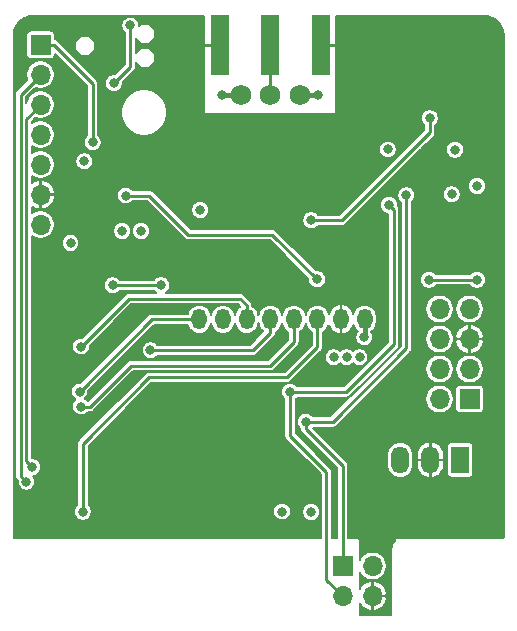
<source format=gbl>
G04 #@! TF.GenerationSoftware,KiCad,Pcbnew,(5.1.9-0-10_14)*
G04 #@! TF.CreationDate,2021-04-14T10:29:31+02:00*
G04 #@! TF.ProjectId,ithowifi_4l,6974686f-7769-4666-995f-346c2e6b6963,rev?*
G04 #@! TF.SameCoordinates,Original*
G04 #@! TF.FileFunction,Copper,L4,Bot*
G04 #@! TF.FilePolarity,Positive*
%FSLAX46Y46*%
G04 Gerber Fmt 4.6, Leading zero omitted, Abs format (unit mm)*
G04 Created by KiCad (PCBNEW (5.1.9-0-10_14)) date 2021-04-14 10:29:31*
%MOMM*%
%LPD*%
G01*
G04 APERTURE LIST*
G04 #@! TA.AperFunction,ComponentPad*
%ADD10O,1.700000X1.700000*%
G04 #@! TD*
G04 #@! TA.AperFunction,ComponentPad*
%ADD11R,1.700000X1.700000*%
G04 #@! TD*
G04 #@! TA.AperFunction,ComponentPad*
%ADD12C,1.500000*%
G04 #@! TD*
G04 #@! TA.AperFunction,SMDPad,CuDef*
%ADD13R,1.500000X5.080000*%
G04 #@! TD*
G04 #@! TA.AperFunction,SMDPad,CuDef*
%ADD14C,1.750000*%
G04 #@! TD*
G04 #@! TA.AperFunction,SMDPad,CuDef*
%ADD15O,1.300000X1.750000*%
G04 #@! TD*
G04 #@! TA.AperFunction,ComponentPad*
%ADD16O,1.500000X2.300000*%
G04 #@! TD*
G04 #@! TA.AperFunction,ComponentPad*
%ADD17R,1.500000X2.300000*%
G04 #@! TD*
G04 #@! TA.AperFunction,ViaPad*
%ADD18C,0.800000*%
G04 #@! TD*
G04 #@! TA.AperFunction,Conductor*
%ADD19C,0.406400*%
G04 #@! TD*
G04 #@! TA.AperFunction,Conductor*
%ADD20C,0.250000*%
G04 #@! TD*
G04 #@! TA.AperFunction,Conductor*
%ADD21C,0.254000*%
G04 #@! TD*
G04 #@! TA.AperFunction,Conductor*
%ADD22C,1.473200*%
G04 #@! TD*
G04 #@! TA.AperFunction,Conductor*
%ADD23C,0.293370*%
G04 #@! TD*
G04 #@! TA.AperFunction,Conductor*
%ADD24C,0.203200*%
G04 #@! TD*
G04 #@! TA.AperFunction,Conductor*
%ADD25C,0.100000*%
G04 #@! TD*
G04 APERTURE END LIST*
D10*
X113832000Y-154468000D03*
X111292000Y-154468000D03*
X113832000Y-151928000D03*
D11*
X111292000Y-151928000D03*
D12*
X105181400Y-109474000D03*
D10*
X85725000Y-123037600D03*
X85725000Y-120497600D03*
X85725000Y-117957600D03*
X85725000Y-115417600D03*
X85725000Y-112877600D03*
X85725000Y-110337600D03*
D11*
X85725000Y-107797600D03*
D13*
X100931400Y-107848400D03*
X109431400Y-107848400D03*
X105181400Y-107848400D03*
D14*
X107672000Y-112039000D03*
X105172000Y-112039000D03*
X102672000Y-112039000D03*
D15*
X99172000Y-131039000D03*
X101172000Y-131039000D03*
X103172000Y-131039000D03*
X105172000Y-131039000D03*
X107172000Y-131039000D03*
X109172000Y-131039000D03*
X111172000Y-131039000D03*
X113172000Y-131039000D03*
D16*
X116179600Y-142951200D03*
X118719600Y-142951200D03*
D17*
X121259600Y-142951200D03*
D11*
X122047000Y-137795000D03*
D10*
X119507000Y-137795000D03*
X122047000Y-135255000D03*
X119507000Y-135255000D03*
X122047000Y-132715000D03*
X119507000Y-132715000D03*
X122047000Y-130175000D03*
X119507000Y-130175000D03*
D18*
X95250000Y-139700000D03*
X98806000Y-139700000D03*
X97028000Y-139700000D03*
X98806000Y-142748000D03*
X97028000Y-142748000D03*
X95250000Y-142748000D03*
X95250000Y-141224000D03*
X98806000Y-141224000D03*
X97028000Y-141224000D03*
X99187000Y-105918000D03*
X99187000Y-107442000D03*
X99187000Y-109093000D03*
X101092000Y-112014000D03*
X109220000Y-112014000D03*
X99248000Y-120142000D03*
X101727000Y-132715000D03*
X89154000Y-148590000D03*
X106172000Y-148590000D03*
X99187000Y-110871000D03*
X99187000Y-112522000D03*
X99187000Y-114173000D03*
X111125000Y-105918000D03*
X111125000Y-107442000D03*
X111125000Y-109093000D03*
X111125000Y-110871000D03*
X111125000Y-114173000D03*
X111125000Y-112522000D03*
X105918000Y-114173000D03*
X109220000Y-114173000D03*
X102489000Y-114173000D03*
X104140000Y-114173000D03*
X100965000Y-114173000D03*
X107569000Y-114173000D03*
X102432000Y-138568000D03*
X112032000Y-139368000D03*
X111632000Y-124168000D03*
X112732000Y-124168000D03*
X110532000Y-124168000D03*
X122682000Y-127698500D03*
X118618000Y-127698500D03*
X106172000Y-147320000D03*
X122682000Y-119761000D03*
X94234000Y-123571000D03*
X99248000Y-121793000D03*
X88265000Y-124587000D03*
X108632000Y-147368000D03*
X120532000Y-120468000D03*
X120813090Y-116686900D03*
X115132000Y-116668000D03*
X89432000Y-117668000D03*
X92632000Y-123568000D03*
X111632000Y-134268000D03*
X112732000Y-134268000D03*
X110532000Y-134268000D03*
X113132002Y-132568000D03*
X91832000Y-128168000D03*
X95932004Y-128168000D03*
X93332000Y-106168000D03*
X91932000Y-111068000D03*
X85039200Y-143560804D03*
X84531209Y-144805391D03*
X89309400Y-147345400D03*
X95032000Y-133668000D03*
X89154000Y-138430000D03*
X89027000Y-137160002D03*
X89154000Y-133350000D03*
X92932000Y-120568000D03*
X109132000Y-127668006D03*
X90132000Y-116068000D03*
X106849400Y-137185400D03*
X115232000Y-121367999D03*
X116697000Y-120539000D03*
X108174600Y-139725400D03*
X118681998Y-114018000D03*
X108632000Y-122668000D03*
D19*
X110946800Y-131039000D02*
X110947200Y-131038600D01*
X101117000Y-112039000D02*
X101092000Y-112014000D01*
X102672000Y-112039000D02*
X101117000Y-112039000D01*
X109195000Y-112039000D02*
X109220000Y-112014000D01*
X107672000Y-112039000D02*
X109195000Y-112039000D01*
D20*
X99593400Y-107848400D02*
X99187000Y-107442000D01*
X100931400Y-107848400D02*
X99593400Y-107848400D01*
X109431400Y-107848400D02*
X109372400Y-107848400D01*
X110718600Y-107848400D02*
X111125000Y-107442000D01*
X109431400Y-107848400D02*
X110718600Y-107848400D01*
D21*
X122682000Y-127698500D02*
X118618000Y-127698500D01*
D19*
X113172000Y-131039000D02*
X113172000Y-132528002D01*
X113172000Y-132528002D02*
X113132002Y-132568000D01*
D21*
X91832000Y-128168000D02*
X95932004Y-128168000D01*
D22*
X105181400Y-112029600D02*
X105172000Y-112039000D01*
D23*
X105172000Y-107857800D02*
X105181400Y-107848400D01*
X105172000Y-112039000D02*
X105172000Y-107857800D01*
D21*
X93332000Y-109668000D02*
X91932000Y-111068000D01*
X93332000Y-106168000D02*
X93332000Y-109668000D01*
D20*
X85725000Y-112877600D02*
X84498611Y-114103989D01*
X84498611Y-114103989D02*
X84498611Y-143020215D01*
X84498611Y-143020215D02*
X85039200Y-143560804D01*
X84048600Y-144322782D02*
X84531209Y-144805391D01*
X85725000Y-110337600D02*
X84048600Y-112014000D01*
X84048600Y-112014000D02*
X84048600Y-144322782D01*
D21*
X89309400Y-141576600D02*
X89309400Y-147345400D01*
X94918000Y-135968000D02*
X89309400Y-141576600D01*
X106602000Y-135968000D02*
X94918000Y-135968000D01*
X109172000Y-133398000D02*
X106602000Y-135968000D01*
X109172000Y-131039000D02*
X109172000Y-133398000D01*
X105172000Y-132168000D02*
X103672000Y-133668000D01*
X105172000Y-131039000D02*
X105172000Y-132168000D01*
X103672000Y-133668000D02*
X95032000Y-133668000D01*
X107172000Y-131039000D02*
X107172000Y-132985000D01*
X107172000Y-132985000D02*
X105189000Y-134968000D01*
X105189000Y-134968000D02*
X93378000Y-134968000D01*
X93378000Y-134968000D02*
X89916000Y-138430000D01*
X89916000Y-138430000D02*
X89154000Y-138430000D01*
X99489000Y-131039000D02*
X99441000Y-131087000D01*
X99172000Y-131039000D02*
X95148002Y-131039000D01*
X95148002Y-131039000D02*
X89027000Y-137160002D01*
X93218000Y-129286000D02*
X89154000Y-133350000D01*
X102616000Y-129286000D02*
X93218000Y-129286000D01*
X103172000Y-129842000D02*
X102616000Y-129286000D01*
X103172000Y-131039000D02*
X103172000Y-129842000D01*
X105331994Y-123868000D02*
X109132000Y-127668006D01*
X98232000Y-123868000D02*
X105331994Y-123868000D01*
X94932000Y-120568000D02*
X98232000Y-123868000D01*
X92932000Y-120568000D02*
X94932000Y-120568000D01*
X86829000Y-107797600D02*
X90132000Y-111100600D01*
X85725000Y-107797600D02*
X86829000Y-107797600D01*
X90132000Y-111100600D02*
X90132000Y-116068000D01*
X106849400Y-140885400D02*
X106849400Y-137185400D01*
X109932000Y-153108000D02*
X109932000Y-143968000D01*
X109932000Y-143968000D02*
X106849400Y-140885400D01*
X111292000Y-154468000D02*
X109932000Y-153108000D01*
X106849400Y-137185400D02*
X111614600Y-137185400D01*
X111614600Y-137185400D02*
X115631999Y-133168001D01*
X115631999Y-121767998D02*
X115232000Y-121367999D01*
X115631999Y-133168001D02*
X115631999Y-121767998D01*
X111292000Y-151928000D02*
X111292000Y-143428000D01*
X108174600Y-140310600D02*
X108174600Y-139725400D01*
X111292000Y-143428000D02*
X108174600Y-140310600D01*
X110474600Y-139725400D02*
X108174600Y-139725400D01*
X116697000Y-133503000D02*
X110474600Y-139725400D01*
X116697000Y-120539000D02*
X116697000Y-133503000D01*
X111232000Y-122668000D02*
X108632000Y-122668000D01*
X118681998Y-115218002D02*
X111232000Y-122668000D01*
X118681998Y-114018000D02*
X118681998Y-115218002D01*
D24*
X99593400Y-113538000D02*
X99595352Y-113557821D01*
X99601134Y-113576881D01*
X99610523Y-113594446D01*
X99623158Y-113609842D01*
X99638554Y-113622477D01*
X99656119Y-113631866D01*
X99675179Y-113637648D01*
X99695000Y-113639600D01*
X110617000Y-113639600D01*
X110636821Y-113637648D01*
X110655881Y-113631866D01*
X110673446Y-113622477D01*
X110688842Y-113609842D01*
X110701477Y-113594446D01*
X110710866Y-113576881D01*
X110716648Y-113557821D01*
X110718600Y-113538000D01*
X110718600Y-105373600D01*
X123312165Y-105373600D01*
X123641308Y-105405873D01*
X123938841Y-105495703D01*
X124213253Y-105641612D01*
X124454097Y-105838041D01*
X124652203Y-106077508D01*
X124800026Y-106350901D01*
X124891929Y-106647793D01*
X124926400Y-106975759D01*
X124926401Y-149448158D01*
X124922695Y-149485957D01*
X124917480Y-149503228D01*
X124909006Y-149519166D01*
X124897606Y-149533144D01*
X124883695Y-149544652D01*
X124867829Y-149553231D01*
X124850590Y-149558567D01*
X124814122Y-149562400D01*
X116312079Y-149562400D01*
X116294786Y-149564103D01*
X116291750Y-149564082D01*
X116286113Y-149564634D01*
X116269310Y-149566400D01*
X115832000Y-149566400D01*
X115812179Y-149568352D01*
X115793119Y-149574134D01*
X115775554Y-149583523D01*
X115760158Y-149596158D01*
X115747523Y-149611554D01*
X115738134Y-149629119D01*
X115732352Y-149648179D01*
X115730400Y-149668000D01*
X115730400Y-149793463D01*
X115718675Y-149803163D01*
X115692783Y-149829238D01*
X115666510Y-149854966D01*
X115662900Y-149859329D01*
X115601224Y-149934950D01*
X115580887Y-149965560D01*
X115560108Y-149995907D01*
X115557414Y-150000888D01*
X115511602Y-150087049D01*
X115497585Y-150121059D01*
X115483114Y-150154822D01*
X115481439Y-150160232D01*
X115453234Y-150253650D01*
X115446094Y-150289709D01*
X115438450Y-150325673D01*
X115437858Y-150331305D01*
X115428336Y-150428422D01*
X115428336Y-150428432D01*
X115426401Y-150448079D01*
X115426400Y-155948168D01*
X115422695Y-155985957D01*
X115417480Y-156003228D01*
X115409006Y-156019166D01*
X115397606Y-156033144D01*
X115383695Y-156044652D01*
X115367829Y-156053231D01*
X115350590Y-156058567D01*
X115314122Y-156062400D01*
X112733600Y-156062400D01*
X112733600Y-155065585D01*
X112800829Y-155185795D01*
X112960677Y-155373174D01*
X113154010Y-155525768D01*
X113373398Y-155637712D01*
X113610409Y-155704705D01*
X113806600Y-155622544D01*
X113806600Y-154493400D01*
X113857400Y-154493400D01*
X113857400Y-155622544D01*
X114053591Y-155704705D01*
X114290602Y-155637712D01*
X114509990Y-155525768D01*
X114703323Y-155373174D01*
X114863171Y-155185795D01*
X114983392Y-154970831D01*
X115059366Y-154736544D01*
X115068704Y-154689591D01*
X114986521Y-154493400D01*
X113857400Y-154493400D01*
X113806600Y-154493400D01*
X113786600Y-154493400D01*
X113786600Y-154442600D01*
X113806600Y-154442600D01*
X113806600Y-153313456D01*
X113857400Y-153313456D01*
X113857400Y-154442600D01*
X114986521Y-154442600D01*
X115068704Y-154246409D01*
X115059366Y-154199456D01*
X114983392Y-153965169D01*
X114863171Y-153750205D01*
X114703323Y-153562826D01*
X114509990Y-153410232D01*
X114290602Y-153298288D01*
X114053591Y-153231295D01*
X113857400Y-153313456D01*
X113806600Y-153313456D01*
X113610409Y-153231295D01*
X113373398Y-153298288D01*
X113154010Y-153410232D01*
X112960677Y-153562826D01*
X112800829Y-153750205D01*
X112733600Y-153870415D01*
X112733600Y-152426612D01*
X112763611Y-152499066D01*
X112895550Y-152696525D01*
X113063475Y-152864450D01*
X113260934Y-152996389D01*
X113480340Y-153087269D01*
X113713259Y-153133600D01*
X113950741Y-153133600D01*
X114183660Y-153087269D01*
X114403066Y-152996389D01*
X114600525Y-152864450D01*
X114768450Y-152696525D01*
X114900389Y-152499066D01*
X114991269Y-152279660D01*
X115037600Y-152046741D01*
X115037600Y-151809259D01*
X114991269Y-151576340D01*
X114900389Y-151356934D01*
X114768450Y-151159475D01*
X114600525Y-150991550D01*
X114403066Y-150859611D01*
X114183660Y-150768731D01*
X113950741Y-150722400D01*
X113713259Y-150722400D01*
X113480340Y-150768731D01*
X113260934Y-150859611D01*
X113063475Y-150991550D01*
X112895550Y-151159475D01*
X112763611Y-151356934D01*
X112733600Y-151429388D01*
X112733600Y-149668000D01*
X112731648Y-149648179D01*
X112725866Y-149629119D01*
X112716477Y-149611554D01*
X112703842Y-149596158D01*
X112688446Y-149583523D01*
X112670881Y-149574134D01*
X112651821Y-149568352D01*
X112632000Y-149566400D01*
X111774600Y-149566400D01*
X111774600Y-143451696D01*
X111776934Y-143427999D01*
X111774600Y-143404302D01*
X111774600Y-143404293D01*
X111767617Y-143333394D01*
X111740022Y-143242423D01*
X111695209Y-143158585D01*
X111634901Y-143085099D01*
X111616482Y-143069983D01*
X111043391Y-142496892D01*
X115074000Y-142496892D01*
X115074000Y-143405507D01*
X115089998Y-143567934D01*
X115153217Y-143776341D01*
X115255880Y-143968410D01*
X115394040Y-144136760D01*
X115562390Y-144274920D01*
X115754458Y-144377583D01*
X115962865Y-144440802D01*
X116179600Y-144462149D01*
X116396334Y-144440802D01*
X116604741Y-144377583D01*
X116796810Y-144274920D01*
X116965160Y-144136760D01*
X117103320Y-143968410D01*
X117205983Y-143776342D01*
X117269202Y-143567935D01*
X117285200Y-143405508D01*
X117285200Y-142976600D01*
X117563200Y-142976600D01*
X117563200Y-143376600D01*
X117590375Y-143601714D01*
X117660946Y-143817201D01*
X117772200Y-144014780D01*
X117919862Y-144186858D01*
X118098258Y-144326822D01*
X118300531Y-144429294D01*
X118513656Y-144489114D01*
X118694200Y-144405694D01*
X118694200Y-142976600D01*
X118745000Y-142976600D01*
X118745000Y-144405694D01*
X118925544Y-144489114D01*
X119138669Y-144429294D01*
X119340942Y-144326822D01*
X119519338Y-144186858D01*
X119667000Y-144014780D01*
X119778254Y-143817201D01*
X119848825Y-143601714D01*
X119876000Y-143376600D01*
X119876000Y-142976600D01*
X118745000Y-142976600D01*
X118694200Y-142976600D01*
X117563200Y-142976600D01*
X117285200Y-142976600D01*
X117285200Y-142525800D01*
X117563200Y-142525800D01*
X117563200Y-142925800D01*
X118694200Y-142925800D01*
X118694200Y-141496706D01*
X118745000Y-141496706D01*
X118745000Y-142925800D01*
X119876000Y-142925800D01*
X119876000Y-142525800D01*
X119848825Y-142300686D01*
X119778254Y-142085199D01*
X119667000Y-141887620D01*
X119592843Y-141801200D01*
X120152280Y-141801200D01*
X120152280Y-144101200D01*
X120159146Y-144170910D01*
X120179479Y-144237940D01*
X120212499Y-144299716D01*
X120256937Y-144353863D01*
X120311084Y-144398301D01*
X120372860Y-144431321D01*
X120439890Y-144451654D01*
X120509600Y-144458520D01*
X122009600Y-144458520D01*
X122079310Y-144451654D01*
X122146340Y-144431321D01*
X122208116Y-144398301D01*
X122262263Y-144353863D01*
X122306701Y-144299716D01*
X122339721Y-144237940D01*
X122360054Y-144170910D01*
X122366920Y-144101200D01*
X122366920Y-141801200D01*
X122360054Y-141731490D01*
X122339721Y-141664460D01*
X122306701Y-141602684D01*
X122262263Y-141548537D01*
X122208116Y-141504099D01*
X122146340Y-141471079D01*
X122079310Y-141450746D01*
X122009600Y-141443880D01*
X120509600Y-141443880D01*
X120439890Y-141450746D01*
X120372860Y-141471079D01*
X120311084Y-141504099D01*
X120256937Y-141548537D01*
X120212499Y-141602684D01*
X120179479Y-141664460D01*
X120159146Y-141731490D01*
X120152280Y-141801200D01*
X119592843Y-141801200D01*
X119519338Y-141715542D01*
X119340942Y-141575578D01*
X119138669Y-141473106D01*
X118925544Y-141413286D01*
X118745000Y-141496706D01*
X118694200Y-141496706D01*
X118513656Y-141413286D01*
X118300531Y-141473106D01*
X118098258Y-141575578D01*
X117919862Y-141715542D01*
X117772200Y-141887620D01*
X117660946Y-142085199D01*
X117590375Y-142300686D01*
X117563200Y-142525800D01*
X117285200Y-142525800D01*
X117285200Y-142496893D01*
X117269202Y-142334466D01*
X117205983Y-142126058D01*
X117103320Y-141933990D01*
X116965160Y-141765640D01*
X116796810Y-141627480D01*
X116604742Y-141524817D01*
X116396335Y-141461598D01*
X116179600Y-141440251D01*
X115962866Y-141461598D01*
X115754459Y-141524817D01*
X115562391Y-141627480D01*
X115394041Y-141765640D01*
X115255881Y-141933990D01*
X115153218Y-142126058D01*
X115089998Y-142334465D01*
X115074000Y-142496892D01*
X111043391Y-142496892D01*
X108757540Y-140211041D01*
X108760580Y-140208000D01*
X110450895Y-140208000D01*
X110474600Y-140210335D01*
X110498305Y-140208000D01*
X110498307Y-140208000D01*
X110569206Y-140201017D01*
X110660177Y-140173422D01*
X110744015Y-140128609D01*
X110817501Y-140068301D01*
X110832617Y-140049882D01*
X113206240Y-137676259D01*
X118301400Y-137676259D01*
X118301400Y-137913741D01*
X118347731Y-138146660D01*
X118438611Y-138366066D01*
X118570550Y-138563525D01*
X118738475Y-138731450D01*
X118935934Y-138863389D01*
X119155340Y-138954269D01*
X119388259Y-139000600D01*
X119625741Y-139000600D01*
X119858660Y-138954269D01*
X120078066Y-138863389D01*
X120275525Y-138731450D01*
X120443450Y-138563525D01*
X120575389Y-138366066D01*
X120666269Y-138146660D01*
X120712600Y-137913741D01*
X120712600Y-137676259D01*
X120666269Y-137443340D01*
X120575389Y-137223934D01*
X120443450Y-137026475D01*
X120361975Y-136945000D01*
X120839680Y-136945000D01*
X120839680Y-138645000D01*
X120846546Y-138714710D01*
X120866879Y-138781740D01*
X120899899Y-138843516D01*
X120944337Y-138897663D01*
X120998484Y-138942101D01*
X121060260Y-138975121D01*
X121127290Y-138995454D01*
X121197000Y-139002320D01*
X122897000Y-139002320D01*
X122966710Y-138995454D01*
X123033740Y-138975121D01*
X123095516Y-138942101D01*
X123149663Y-138897663D01*
X123194101Y-138843516D01*
X123227121Y-138781740D01*
X123247454Y-138714710D01*
X123254320Y-138645000D01*
X123254320Y-136945000D01*
X123247454Y-136875290D01*
X123227121Y-136808260D01*
X123194101Y-136746484D01*
X123149663Y-136692337D01*
X123095516Y-136647899D01*
X123033740Y-136614879D01*
X122966710Y-136594546D01*
X122897000Y-136587680D01*
X121197000Y-136587680D01*
X121127290Y-136594546D01*
X121060260Y-136614879D01*
X120998484Y-136647899D01*
X120944337Y-136692337D01*
X120899899Y-136746484D01*
X120866879Y-136808260D01*
X120846546Y-136875290D01*
X120839680Y-136945000D01*
X120361975Y-136945000D01*
X120275525Y-136858550D01*
X120078066Y-136726611D01*
X119858660Y-136635731D01*
X119625741Y-136589400D01*
X119388259Y-136589400D01*
X119155340Y-136635731D01*
X118935934Y-136726611D01*
X118738475Y-136858550D01*
X118570550Y-137026475D01*
X118438611Y-137223934D01*
X118347731Y-137443340D01*
X118301400Y-137676259D01*
X113206240Y-137676259D01*
X115746240Y-135136259D01*
X118301400Y-135136259D01*
X118301400Y-135373741D01*
X118347731Y-135606660D01*
X118438611Y-135826066D01*
X118570550Y-136023525D01*
X118738475Y-136191450D01*
X118935934Y-136323389D01*
X119155340Y-136414269D01*
X119388259Y-136460600D01*
X119625741Y-136460600D01*
X119858660Y-136414269D01*
X120078066Y-136323389D01*
X120275525Y-136191450D01*
X120443450Y-136023525D01*
X120575389Y-135826066D01*
X120666269Y-135606660D01*
X120712600Y-135373741D01*
X120712600Y-135136259D01*
X120841400Y-135136259D01*
X120841400Y-135373741D01*
X120887731Y-135606660D01*
X120978611Y-135826066D01*
X121110550Y-136023525D01*
X121278475Y-136191450D01*
X121475934Y-136323389D01*
X121695340Y-136414269D01*
X121928259Y-136460600D01*
X122165741Y-136460600D01*
X122398660Y-136414269D01*
X122618066Y-136323389D01*
X122815525Y-136191450D01*
X122983450Y-136023525D01*
X123115389Y-135826066D01*
X123206269Y-135606660D01*
X123252600Y-135373741D01*
X123252600Y-135136259D01*
X123206269Y-134903340D01*
X123115389Y-134683934D01*
X122983450Y-134486475D01*
X122815525Y-134318550D01*
X122618066Y-134186611D01*
X122398660Y-134095731D01*
X122165741Y-134049400D01*
X121928259Y-134049400D01*
X121695340Y-134095731D01*
X121475934Y-134186611D01*
X121278475Y-134318550D01*
X121110550Y-134486475D01*
X120978611Y-134683934D01*
X120887731Y-134903340D01*
X120841400Y-135136259D01*
X120712600Y-135136259D01*
X120666269Y-134903340D01*
X120575389Y-134683934D01*
X120443450Y-134486475D01*
X120275525Y-134318550D01*
X120078066Y-134186611D01*
X119858660Y-134095731D01*
X119625741Y-134049400D01*
X119388259Y-134049400D01*
X119155340Y-134095731D01*
X118935934Y-134186611D01*
X118738475Y-134318550D01*
X118570550Y-134486475D01*
X118438611Y-134683934D01*
X118347731Y-134903340D01*
X118301400Y-135136259D01*
X115746240Y-135136259D01*
X117021482Y-133861017D01*
X117039901Y-133845901D01*
X117100209Y-133772415D01*
X117145022Y-133688577D01*
X117172617Y-133597606D01*
X117179600Y-133526707D01*
X117179600Y-133526698D01*
X117181934Y-133503001D01*
X117179600Y-133479304D01*
X117179600Y-132596259D01*
X118301400Y-132596259D01*
X118301400Y-132833741D01*
X118347731Y-133066660D01*
X118438611Y-133286066D01*
X118570550Y-133483525D01*
X118738475Y-133651450D01*
X118935934Y-133783389D01*
X119155340Y-133874269D01*
X119388259Y-133920600D01*
X119625741Y-133920600D01*
X119858660Y-133874269D01*
X120078066Y-133783389D01*
X120275525Y-133651450D01*
X120443450Y-133483525D01*
X120575389Y-133286066D01*
X120666269Y-133066660D01*
X120692141Y-132936591D01*
X120810296Y-132936591D01*
X120819634Y-132983544D01*
X120895608Y-133217831D01*
X121015829Y-133432795D01*
X121175677Y-133620174D01*
X121369010Y-133772768D01*
X121588398Y-133884712D01*
X121825409Y-133951705D01*
X122021600Y-133869544D01*
X122021600Y-132740400D01*
X122072400Y-132740400D01*
X122072400Y-133869544D01*
X122268591Y-133951705D01*
X122505602Y-133884712D01*
X122724990Y-133772768D01*
X122918323Y-133620174D01*
X123078171Y-133432795D01*
X123198392Y-133217831D01*
X123274366Y-132983544D01*
X123283704Y-132936591D01*
X123201521Y-132740400D01*
X122072400Y-132740400D01*
X122021600Y-132740400D01*
X120892479Y-132740400D01*
X120810296Y-132936591D01*
X120692141Y-132936591D01*
X120712600Y-132833741D01*
X120712600Y-132596259D01*
X120692142Y-132493409D01*
X120810296Y-132493409D01*
X120892479Y-132689600D01*
X122021600Y-132689600D01*
X122021600Y-131560456D01*
X122072400Y-131560456D01*
X122072400Y-132689600D01*
X123201521Y-132689600D01*
X123283704Y-132493409D01*
X123274366Y-132446456D01*
X123198392Y-132212169D01*
X123078171Y-131997205D01*
X122918323Y-131809826D01*
X122724990Y-131657232D01*
X122505602Y-131545288D01*
X122268591Y-131478295D01*
X122072400Y-131560456D01*
X122021600Y-131560456D01*
X121825409Y-131478295D01*
X121588398Y-131545288D01*
X121369010Y-131657232D01*
X121175677Y-131809826D01*
X121015829Y-131997205D01*
X120895608Y-132212169D01*
X120819634Y-132446456D01*
X120810296Y-132493409D01*
X120692142Y-132493409D01*
X120666269Y-132363340D01*
X120575389Y-132143934D01*
X120443450Y-131946475D01*
X120275525Y-131778550D01*
X120078066Y-131646611D01*
X119858660Y-131555731D01*
X119625741Y-131509400D01*
X119388259Y-131509400D01*
X119155340Y-131555731D01*
X118935934Y-131646611D01*
X118738475Y-131778550D01*
X118570550Y-131946475D01*
X118438611Y-132143934D01*
X118347731Y-132363340D01*
X118301400Y-132596259D01*
X117179600Y-132596259D01*
X117179600Y-130056259D01*
X118301400Y-130056259D01*
X118301400Y-130293741D01*
X118347731Y-130526660D01*
X118438611Y-130746066D01*
X118570550Y-130943525D01*
X118738475Y-131111450D01*
X118935934Y-131243389D01*
X119155340Y-131334269D01*
X119388259Y-131380600D01*
X119625741Y-131380600D01*
X119858660Y-131334269D01*
X120078066Y-131243389D01*
X120275525Y-131111450D01*
X120443450Y-130943525D01*
X120575389Y-130746066D01*
X120666269Y-130526660D01*
X120712600Y-130293741D01*
X120712600Y-130056259D01*
X120841400Y-130056259D01*
X120841400Y-130293741D01*
X120887731Y-130526660D01*
X120978611Y-130746066D01*
X121110550Y-130943525D01*
X121278475Y-131111450D01*
X121475934Y-131243389D01*
X121695340Y-131334269D01*
X121928259Y-131380600D01*
X122165741Y-131380600D01*
X122398660Y-131334269D01*
X122618066Y-131243389D01*
X122815525Y-131111450D01*
X122983450Y-130943525D01*
X123115389Y-130746066D01*
X123206269Y-130526660D01*
X123252600Y-130293741D01*
X123252600Y-130056259D01*
X123206269Y-129823340D01*
X123115389Y-129603934D01*
X122983450Y-129406475D01*
X122815525Y-129238550D01*
X122618066Y-129106611D01*
X122398660Y-129015731D01*
X122165741Y-128969400D01*
X121928259Y-128969400D01*
X121695340Y-129015731D01*
X121475934Y-129106611D01*
X121278475Y-129238550D01*
X121110550Y-129406475D01*
X120978611Y-129603934D01*
X120887731Y-129823340D01*
X120841400Y-130056259D01*
X120712600Y-130056259D01*
X120666269Y-129823340D01*
X120575389Y-129603934D01*
X120443450Y-129406475D01*
X120275525Y-129238550D01*
X120078066Y-129106611D01*
X119858660Y-129015731D01*
X119625741Y-128969400D01*
X119388259Y-128969400D01*
X119155340Y-129015731D01*
X118935934Y-129106611D01*
X118738475Y-129238550D01*
X118570550Y-129406475D01*
X118438611Y-129603934D01*
X118347731Y-129823340D01*
X118301400Y-130056259D01*
X117179600Y-130056259D01*
X117179600Y-127624080D01*
X117862400Y-127624080D01*
X117862400Y-127772920D01*
X117891437Y-127918900D01*
X117948396Y-128056411D01*
X118031087Y-128180167D01*
X118136333Y-128285413D01*
X118260089Y-128368104D01*
X118397600Y-128425063D01*
X118543580Y-128454100D01*
X118692420Y-128454100D01*
X118838400Y-128425063D01*
X118975911Y-128368104D01*
X119099667Y-128285413D01*
X119203980Y-128181100D01*
X122096020Y-128181100D01*
X122200333Y-128285413D01*
X122324089Y-128368104D01*
X122461600Y-128425063D01*
X122607580Y-128454100D01*
X122756420Y-128454100D01*
X122902400Y-128425063D01*
X123039911Y-128368104D01*
X123163667Y-128285413D01*
X123268913Y-128180167D01*
X123351604Y-128056411D01*
X123408563Y-127918900D01*
X123437600Y-127772920D01*
X123437600Y-127624080D01*
X123408563Y-127478100D01*
X123351604Y-127340589D01*
X123268913Y-127216833D01*
X123163667Y-127111587D01*
X123039911Y-127028896D01*
X122902400Y-126971937D01*
X122756420Y-126942900D01*
X122607580Y-126942900D01*
X122461600Y-126971937D01*
X122324089Y-127028896D01*
X122200333Y-127111587D01*
X122096020Y-127215900D01*
X119203980Y-127215900D01*
X119099667Y-127111587D01*
X118975911Y-127028896D01*
X118838400Y-126971937D01*
X118692420Y-126942900D01*
X118543580Y-126942900D01*
X118397600Y-126971937D01*
X118260089Y-127028896D01*
X118136333Y-127111587D01*
X118031087Y-127216833D01*
X117948396Y-127340589D01*
X117891437Y-127478100D01*
X117862400Y-127624080D01*
X117179600Y-127624080D01*
X117179600Y-121124980D01*
X117283913Y-121020667D01*
X117366604Y-120896911D01*
X117423563Y-120759400D01*
X117452600Y-120613420D01*
X117452600Y-120464580D01*
X117438478Y-120393580D01*
X119776400Y-120393580D01*
X119776400Y-120542420D01*
X119805437Y-120688400D01*
X119862396Y-120825911D01*
X119945087Y-120949667D01*
X120050333Y-121054913D01*
X120174089Y-121137604D01*
X120311600Y-121194563D01*
X120457580Y-121223600D01*
X120606420Y-121223600D01*
X120752400Y-121194563D01*
X120889911Y-121137604D01*
X121013667Y-121054913D01*
X121118913Y-120949667D01*
X121201604Y-120825911D01*
X121258563Y-120688400D01*
X121287600Y-120542420D01*
X121287600Y-120393580D01*
X121258563Y-120247600D01*
X121201604Y-120110089D01*
X121118913Y-119986333D01*
X121013667Y-119881087D01*
X120889911Y-119798396D01*
X120752400Y-119741437D01*
X120606420Y-119712400D01*
X120457580Y-119712400D01*
X120311600Y-119741437D01*
X120174089Y-119798396D01*
X120050333Y-119881087D01*
X119945087Y-119986333D01*
X119862396Y-120110089D01*
X119805437Y-120247600D01*
X119776400Y-120393580D01*
X117438478Y-120393580D01*
X117423563Y-120318600D01*
X117366604Y-120181089D01*
X117283913Y-120057333D01*
X117178667Y-119952087D01*
X117054911Y-119869396D01*
X116917400Y-119812437D01*
X116771420Y-119783400D01*
X116622580Y-119783400D01*
X116476600Y-119812437D01*
X116339089Y-119869396D01*
X116215333Y-119952087D01*
X116110087Y-120057333D01*
X116027396Y-120181089D01*
X115970437Y-120318600D01*
X115941400Y-120464580D01*
X115941400Y-120613420D01*
X115970437Y-120759400D01*
X116027396Y-120896911D01*
X116110087Y-121020667D01*
X116214400Y-121124980D01*
X116214401Y-133303100D01*
X110274701Y-139242800D01*
X108760580Y-139242800D01*
X108656267Y-139138487D01*
X108532511Y-139055796D01*
X108395000Y-138998837D01*
X108249020Y-138969800D01*
X108100180Y-138969800D01*
X107954200Y-138998837D01*
X107816689Y-139055796D01*
X107692933Y-139138487D01*
X107587687Y-139243733D01*
X107504996Y-139367489D01*
X107448037Y-139505000D01*
X107419000Y-139650980D01*
X107419000Y-139799820D01*
X107448037Y-139945800D01*
X107504996Y-140083311D01*
X107587687Y-140207067D01*
X107689804Y-140309184D01*
X107689665Y-140310600D01*
X107692000Y-140334305D01*
X107692000Y-140334306D01*
X107698983Y-140405205D01*
X107726578Y-140496176D01*
X107771391Y-140580015D01*
X107831699Y-140653501D01*
X107850118Y-140668617D01*
X110809401Y-143627900D01*
X110809400Y-149566400D01*
X110414600Y-149566400D01*
X110414600Y-143991707D01*
X110416935Y-143968000D01*
X110407617Y-143873393D01*
X110380022Y-143782423D01*
X110335208Y-143698584D01*
X110290013Y-143643513D01*
X110290012Y-143643512D01*
X110274901Y-143625099D01*
X110256488Y-143609988D01*
X107332000Y-140685501D01*
X107332000Y-137771380D01*
X107435380Y-137668000D01*
X111590895Y-137668000D01*
X111614600Y-137670335D01*
X111638305Y-137668000D01*
X111638307Y-137668000D01*
X111709206Y-137661017D01*
X111800177Y-137633422D01*
X111884015Y-137588609D01*
X111957501Y-137528301D01*
X111972617Y-137509882D01*
X115956487Y-133526013D01*
X115974900Y-133510902D01*
X116035208Y-133437416D01*
X116080021Y-133353578D01*
X116107616Y-133262607D01*
X116114599Y-133191708D01*
X116114599Y-133191707D01*
X116116934Y-133168002D01*
X116114599Y-133144297D01*
X116114599Y-121791702D01*
X116116934Y-121767997D01*
X116113615Y-121734305D01*
X116107616Y-121673392D01*
X116080021Y-121582421D01*
X116035208Y-121498583D01*
X115987600Y-121440572D01*
X115987600Y-121293579D01*
X115958563Y-121147599D01*
X115901604Y-121010088D01*
X115818913Y-120886332D01*
X115713667Y-120781086D01*
X115589911Y-120698395D01*
X115452400Y-120641436D01*
X115306420Y-120612399D01*
X115157580Y-120612399D01*
X115011600Y-120641436D01*
X114874089Y-120698395D01*
X114750333Y-120781086D01*
X114645087Y-120886332D01*
X114562396Y-121010088D01*
X114505437Y-121147599D01*
X114476400Y-121293579D01*
X114476400Y-121442419D01*
X114505437Y-121588399D01*
X114562396Y-121725910D01*
X114645087Y-121849666D01*
X114750333Y-121954912D01*
X114874089Y-122037603D01*
X115011600Y-122094562D01*
X115149400Y-122121972D01*
X115149399Y-132968101D01*
X111414701Y-136702800D01*
X107435380Y-136702800D01*
X107331067Y-136598487D01*
X107207311Y-136515796D01*
X107069800Y-136458837D01*
X106923820Y-136429800D01*
X106774980Y-136429800D01*
X106629000Y-136458837D01*
X106491489Y-136515796D01*
X106367733Y-136598487D01*
X106262487Y-136703733D01*
X106179796Y-136827489D01*
X106122837Y-136965000D01*
X106093800Y-137110980D01*
X106093800Y-137259820D01*
X106122837Y-137405800D01*
X106179796Y-137543311D01*
X106262487Y-137667067D01*
X106366801Y-137771381D01*
X106366800Y-140861695D01*
X106364465Y-140885400D01*
X106366800Y-140909105D01*
X106366800Y-140909106D01*
X106373783Y-140980005D01*
X106401378Y-141070976D01*
X106446191Y-141154815D01*
X106506499Y-141228301D01*
X106524918Y-141243417D01*
X109449401Y-144167901D01*
X109449400Y-149566400D01*
X104692534Y-149566400D01*
X104651921Y-149562400D01*
X104632000Y-149560438D01*
X104612079Y-149562400D01*
X87351921Y-149562400D01*
X87332000Y-149560438D01*
X87312079Y-149562400D01*
X87271466Y-149566400D01*
X83437600Y-149566400D01*
X83437600Y-112014000D01*
X83565675Y-112014000D01*
X83568000Y-112037604D01*
X83568001Y-144299168D01*
X83565675Y-144322782D01*
X83570445Y-144371208D01*
X83574955Y-144416996D01*
X83583030Y-144443617D01*
X83602436Y-144507590D01*
X83647063Y-144591080D01*
X83647064Y-144591081D01*
X83707121Y-144664262D01*
X83725460Y-144679313D01*
X83775859Y-144729712D01*
X83775609Y-144730971D01*
X83775609Y-144879811D01*
X83804646Y-145025791D01*
X83861605Y-145163302D01*
X83944296Y-145287058D01*
X84049542Y-145392304D01*
X84173298Y-145474995D01*
X84310809Y-145531954D01*
X84456789Y-145560991D01*
X84605629Y-145560991D01*
X84751609Y-145531954D01*
X84889120Y-145474995D01*
X85012876Y-145392304D01*
X85118122Y-145287058D01*
X85200813Y-145163302D01*
X85257772Y-145025791D01*
X85286809Y-144879811D01*
X85286809Y-144730971D01*
X85257772Y-144584991D01*
X85200813Y-144447480D01*
X85118122Y-144323724D01*
X85110802Y-144316404D01*
X85113620Y-144316404D01*
X85259600Y-144287367D01*
X85397111Y-144230408D01*
X85520867Y-144147717D01*
X85626113Y-144042471D01*
X85708804Y-143918715D01*
X85765763Y-143781204D01*
X85794800Y-143635224D01*
X85794800Y-143486384D01*
X85765763Y-143340404D01*
X85708804Y-143202893D01*
X85626113Y-143079137D01*
X85520867Y-142973891D01*
X85397111Y-142891200D01*
X85259600Y-142834241D01*
X85113620Y-142805204D01*
X84979211Y-142805204D01*
X84979211Y-137085582D01*
X88271400Y-137085582D01*
X88271400Y-137234422D01*
X88300437Y-137380402D01*
X88357396Y-137517913D01*
X88440087Y-137641669D01*
X88545333Y-137746915D01*
X88669089Y-137829606D01*
X88683546Y-137835594D01*
X88672333Y-137843087D01*
X88567087Y-137948333D01*
X88484396Y-138072089D01*
X88427437Y-138209600D01*
X88398400Y-138355580D01*
X88398400Y-138504420D01*
X88427437Y-138650400D01*
X88484396Y-138787911D01*
X88567087Y-138911667D01*
X88672333Y-139016913D01*
X88796089Y-139099604D01*
X88933600Y-139156563D01*
X89079580Y-139185600D01*
X89228420Y-139185600D01*
X89374400Y-139156563D01*
X89511911Y-139099604D01*
X89635667Y-139016913D01*
X89739980Y-138912600D01*
X89892295Y-138912600D01*
X89916000Y-138914935D01*
X89939705Y-138912600D01*
X89939707Y-138912600D01*
X90010606Y-138905617D01*
X90101577Y-138878022D01*
X90185415Y-138833209D01*
X90258901Y-138772901D01*
X90274017Y-138754482D01*
X93577899Y-135450600D01*
X105165295Y-135450600D01*
X105189000Y-135452935D01*
X105212705Y-135450600D01*
X105212707Y-135450600D01*
X105283606Y-135443617D01*
X105374577Y-135416022D01*
X105458415Y-135371209D01*
X105531901Y-135310901D01*
X105547017Y-135292482D01*
X107496482Y-133343017D01*
X107514901Y-133327901D01*
X107575209Y-133254415D01*
X107620022Y-133170577D01*
X107647617Y-133079606D01*
X107654600Y-133008707D01*
X107654600Y-133008698D01*
X107656934Y-132985001D01*
X107654600Y-132961304D01*
X107654600Y-132146282D01*
X107733384Y-132104171D01*
X107886507Y-131978507D01*
X108012171Y-131825384D01*
X108105548Y-131650688D01*
X108163049Y-131461131D01*
X108172000Y-131370252D01*
X108180951Y-131461132D01*
X108238452Y-131650688D01*
X108331830Y-131825384D01*
X108457494Y-131978507D01*
X108610617Y-132104171D01*
X108689400Y-132146282D01*
X108689401Y-133198099D01*
X106402101Y-135485400D01*
X94941704Y-135485400D01*
X94917999Y-135483065D01*
X94894294Y-135485400D01*
X94894293Y-135485400D01*
X94823394Y-135492383D01*
X94732423Y-135519978D01*
X94648585Y-135564791D01*
X94575099Y-135625099D01*
X94559983Y-135643518D01*
X88984918Y-141218583D01*
X88966499Y-141233699D01*
X88906191Y-141307185D01*
X88861378Y-141391024D01*
X88833783Y-141481995D01*
X88827229Y-141548537D01*
X88824465Y-141576600D01*
X88826800Y-141600305D01*
X88826801Y-146759419D01*
X88722487Y-146863733D01*
X88639796Y-146987489D01*
X88582837Y-147125000D01*
X88553800Y-147270980D01*
X88553800Y-147419820D01*
X88582837Y-147565800D01*
X88639796Y-147703311D01*
X88722487Y-147827067D01*
X88827733Y-147932313D01*
X88951489Y-148015004D01*
X89089000Y-148071963D01*
X89234980Y-148101000D01*
X89383820Y-148101000D01*
X89529800Y-148071963D01*
X89667311Y-148015004D01*
X89791067Y-147932313D01*
X89896313Y-147827067D01*
X89979004Y-147703311D01*
X90035963Y-147565800D01*
X90065000Y-147419820D01*
X90065000Y-147270980D01*
X90059948Y-147245580D01*
X105416400Y-147245580D01*
X105416400Y-147394420D01*
X105445437Y-147540400D01*
X105502396Y-147677911D01*
X105585087Y-147801667D01*
X105690333Y-147906913D01*
X105814089Y-147989604D01*
X105951600Y-148046563D01*
X106097580Y-148075600D01*
X106246420Y-148075600D01*
X106392400Y-148046563D01*
X106529911Y-147989604D01*
X106653667Y-147906913D01*
X106758913Y-147801667D01*
X106841604Y-147677911D01*
X106898563Y-147540400D01*
X106927600Y-147394420D01*
X106927600Y-147293580D01*
X107876400Y-147293580D01*
X107876400Y-147442420D01*
X107905437Y-147588400D01*
X107962396Y-147725911D01*
X108045087Y-147849667D01*
X108150333Y-147954913D01*
X108274089Y-148037604D01*
X108411600Y-148094563D01*
X108557580Y-148123600D01*
X108706420Y-148123600D01*
X108852400Y-148094563D01*
X108989911Y-148037604D01*
X109113667Y-147954913D01*
X109218913Y-147849667D01*
X109301604Y-147725911D01*
X109358563Y-147588400D01*
X109387600Y-147442420D01*
X109387600Y-147293580D01*
X109358563Y-147147600D01*
X109301604Y-147010089D01*
X109218913Y-146886333D01*
X109113667Y-146781087D01*
X108989911Y-146698396D01*
X108852400Y-146641437D01*
X108706420Y-146612400D01*
X108557580Y-146612400D01*
X108411600Y-146641437D01*
X108274089Y-146698396D01*
X108150333Y-146781087D01*
X108045087Y-146886333D01*
X107962396Y-147010089D01*
X107905437Y-147147600D01*
X107876400Y-147293580D01*
X106927600Y-147293580D01*
X106927600Y-147245580D01*
X106898563Y-147099600D01*
X106841604Y-146962089D01*
X106758913Y-146838333D01*
X106653667Y-146733087D01*
X106529911Y-146650396D01*
X106392400Y-146593437D01*
X106246420Y-146564400D01*
X106097580Y-146564400D01*
X105951600Y-146593437D01*
X105814089Y-146650396D01*
X105690333Y-146733087D01*
X105585087Y-146838333D01*
X105502396Y-146962089D01*
X105445437Y-147099600D01*
X105416400Y-147245580D01*
X90059948Y-147245580D01*
X90035963Y-147125000D01*
X89979004Y-146987489D01*
X89896313Y-146863733D01*
X89792000Y-146759420D01*
X89792000Y-141776499D01*
X95117899Y-136450600D01*
X106578295Y-136450600D01*
X106602000Y-136452935D01*
X106625705Y-136450600D01*
X106625707Y-136450600D01*
X106696606Y-136443617D01*
X106787577Y-136416022D01*
X106871415Y-136371209D01*
X106944901Y-136310901D01*
X106960017Y-136292482D01*
X109058919Y-134193580D01*
X109776400Y-134193580D01*
X109776400Y-134342420D01*
X109805437Y-134488400D01*
X109862396Y-134625911D01*
X109945087Y-134749667D01*
X110050333Y-134854913D01*
X110174089Y-134937604D01*
X110311600Y-134994563D01*
X110457580Y-135023600D01*
X110606420Y-135023600D01*
X110752400Y-134994563D01*
X110889911Y-134937604D01*
X111013667Y-134854913D01*
X111082000Y-134786580D01*
X111150333Y-134854913D01*
X111274089Y-134937604D01*
X111411600Y-134994563D01*
X111557580Y-135023600D01*
X111706420Y-135023600D01*
X111852400Y-134994563D01*
X111989911Y-134937604D01*
X112113667Y-134854913D01*
X112182000Y-134786580D01*
X112250333Y-134854913D01*
X112374089Y-134937604D01*
X112511600Y-134994563D01*
X112657580Y-135023600D01*
X112806420Y-135023600D01*
X112952400Y-134994563D01*
X113089911Y-134937604D01*
X113213667Y-134854913D01*
X113318913Y-134749667D01*
X113401604Y-134625911D01*
X113458563Y-134488400D01*
X113487600Y-134342420D01*
X113487600Y-134193580D01*
X113458563Y-134047600D01*
X113401604Y-133910089D01*
X113318913Y-133786333D01*
X113213667Y-133681087D01*
X113089911Y-133598396D01*
X112952400Y-133541437D01*
X112806420Y-133512400D01*
X112657580Y-133512400D01*
X112511600Y-133541437D01*
X112374089Y-133598396D01*
X112250333Y-133681087D01*
X112182000Y-133749420D01*
X112113667Y-133681087D01*
X111989911Y-133598396D01*
X111852400Y-133541437D01*
X111706420Y-133512400D01*
X111557580Y-133512400D01*
X111411600Y-133541437D01*
X111274089Y-133598396D01*
X111150333Y-133681087D01*
X111082000Y-133749420D01*
X111013667Y-133681087D01*
X110889911Y-133598396D01*
X110752400Y-133541437D01*
X110606420Y-133512400D01*
X110457580Y-133512400D01*
X110311600Y-133541437D01*
X110174089Y-133598396D01*
X110050333Y-133681087D01*
X109945087Y-133786333D01*
X109862396Y-133910089D01*
X109805437Y-134047600D01*
X109776400Y-134193580D01*
X109058919Y-134193580D01*
X109496488Y-133756012D01*
X109514901Y-133740901D01*
X109575209Y-133667415D01*
X109620022Y-133583577D01*
X109647617Y-133492606D01*
X109648512Y-133483525D01*
X109656935Y-133398000D01*
X109654600Y-133374293D01*
X109654600Y-132146282D01*
X109733384Y-132104171D01*
X109886507Y-131978507D01*
X110012171Y-131825384D01*
X110105548Y-131650688D01*
X110147063Y-131513831D01*
X110205734Y-131691733D01*
X110307747Y-131872023D01*
X110442973Y-132028947D01*
X110606215Y-132156475D01*
X110791200Y-132249706D01*
X110981703Y-132303119D01*
X111146600Y-132218462D01*
X111146600Y-131064400D01*
X111126600Y-131064400D01*
X111126600Y-131013600D01*
X111146600Y-131013600D01*
X111146600Y-129859538D01*
X111197400Y-129859538D01*
X111197400Y-131013600D01*
X111217400Y-131013600D01*
X111217400Y-131064400D01*
X111197400Y-131064400D01*
X111197400Y-132218462D01*
X111362297Y-132303119D01*
X111552800Y-132249706D01*
X111737785Y-132156475D01*
X111901027Y-132028947D01*
X112036253Y-131872023D01*
X112138266Y-131691733D01*
X112196937Y-131513831D01*
X112238452Y-131650688D01*
X112331830Y-131825384D01*
X112457494Y-131978507D01*
X112564828Y-132066594D01*
X112545089Y-132086333D01*
X112462398Y-132210089D01*
X112405439Y-132347600D01*
X112376402Y-132493580D01*
X112376402Y-132642420D01*
X112405439Y-132788400D01*
X112462398Y-132925911D01*
X112545089Y-133049667D01*
X112650335Y-133154913D01*
X112774091Y-133237604D01*
X112911602Y-133294563D01*
X113057582Y-133323600D01*
X113206422Y-133323600D01*
X113352402Y-133294563D01*
X113489913Y-133237604D01*
X113613669Y-133154913D01*
X113718915Y-133049667D01*
X113801606Y-132925911D01*
X113858565Y-132788400D01*
X113887602Y-132642420D01*
X113887602Y-132493580D01*
X113858565Y-132347600D01*
X113801606Y-132210089D01*
X113731505Y-132105175D01*
X113733384Y-132104171D01*
X113886507Y-131978507D01*
X114012171Y-131825384D01*
X114105548Y-131650688D01*
X114163049Y-131461131D01*
X114177600Y-131313394D01*
X114177600Y-130764605D01*
X114163049Y-130616868D01*
X114105548Y-130427312D01*
X114012171Y-130252616D01*
X113886507Y-130099493D01*
X113733384Y-129973829D01*
X113558687Y-129880452D01*
X113369131Y-129822951D01*
X113172000Y-129803535D01*
X112974868Y-129822951D01*
X112785312Y-129880452D01*
X112610616Y-129973829D01*
X112457493Y-130099493D01*
X112331829Y-130252616D01*
X112238452Y-130427313D01*
X112196937Y-130564169D01*
X112138266Y-130386267D01*
X112036253Y-130205977D01*
X111901027Y-130049053D01*
X111737785Y-129921525D01*
X111552800Y-129828294D01*
X111362297Y-129774881D01*
X111197400Y-129859538D01*
X111146600Y-129859538D01*
X110981703Y-129774881D01*
X110791200Y-129828294D01*
X110606215Y-129921525D01*
X110442973Y-130049053D01*
X110307747Y-130205977D01*
X110205734Y-130386267D01*
X110147063Y-130564169D01*
X110105548Y-130427312D01*
X110012171Y-130252616D01*
X109886507Y-130099493D01*
X109733384Y-129973829D01*
X109558687Y-129880452D01*
X109369131Y-129822951D01*
X109172000Y-129803535D01*
X108974868Y-129822951D01*
X108785312Y-129880452D01*
X108610616Y-129973829D01*
X108457493Y-130099493D01*
X108331829Y-130252616D01*
X108238452Y-130427313D01*
X108180951Y-130616869D01*
X108172000Y-130707748D01*
X108163049Y-130616868D01*
X108105548Y-130427312D01*
X108012171Y-130252616D01*
X107886507Y-130099493D01*
X107733384Y-129973829D01*
X107558687Y-129880452D01*
X107369131Y-129822951D01*
X107172000Y-129803535D01*
X106974868Y-129822951D01*
X106785312Y-129880452D01*
X106610616Y-129973829D01*
X106457493Y-130099493D01*
X106331829Y-130252616D01*
X106238452Y-130427313D01*
X106180951Y-130616869D01*
X106172000Y-130707748D01*
X106163049Y-130616868D01*
X106105548Y-130427312D01*
X106012171Y-130252616D01*
X105886507Y-130099493D01*
X105733384Y-129973829D01*
X105558687Y-129880452D01*
X105369131Y-129822951D01*
X105172000Y-129803535D01*
X104974868Y-129822951D01*
X104785312Y-129880452D01*
X104610616Y-129973829D01*
X104457493Y-130099493D01*
X104331829Y-130252616D01*
X104238452Y-130427313D01*
X104180951Y-130616869D01*
X104172000Y-130707748D01*
X104163049Y-130616868D01*
X104105548Y-130427312D01*
X104012171Y-130252616D01*
X103886507Y-130099493D01*
X103733384Y-129973829D01*
X103654600Y-129931718D01*
X103654600Y-129865707D01*
X103656935Y-129842000D01*
X103647617Y-129747393D01*
X103620022Y-129656423D01*
X103595468Y-129610486D01*
X103575209Y-129572585D01*
X103514901Y-129499099D01*
X103496487Y-129483987D01*
X102974017Y-128961518D01*
X102958901Y-128943099D01*
X102885415Y-128882791D01*
X102801577Y-128837978D01*
X102710606Y-128810383D01*
X102639707Y-128803400D01*
X102639705Y-128803400D01*
X102616000Y-128801065D01*
X102592295Y-128803400D01*
X96341105Y-128803400D01*
X96413671Y-128754913D01*
X96518917Y-128649667D01*
X96601608Y-128525911D01*
X96658567Y-128388400D01*
X96687604Y-128242420D01*
X96687604Y-128093580D01*
X96658567Y-127947600D01*
X96601608Y-127810089D01*
X96518917Y-127686333D01*
X96413671Y-127581087D01*
X96289915Y-127498396D01*
X96152404Y-127441437D01*
X96006424Y-127412400D01*
X95857584Y-127412400D01*
X95711604Y-127441437D01*
X95574093Y-127498396D01*
X95450337Y-127581087D01*
X95346024Y-127685400D01*
X92417980Y-127685400D01*
X92313667Y-127581087D01*
X92189911Y-127498396D01*
X92052400Y-127441437D01*
X91906420Y-127412400D01*
X91757580Y-127412400D01*
X91611600Y-127441437D01*
X91474089Y-127498396D01*
X91350333Y-127581087D01*
X91245087Y-127686333D01*
X91162396Y-127810089D01*
X91105437Y-127947600D01*
X91076400Y-128093580D01*
X91076400Y-128242420D01*
X91105437Y-128388400D01*
X91162396Y-128525911D01*
X91245087Y-128649667D01*
X91350333Y-128754913D01*
X91474089Y-128837604D01*
X91611600Y-128894563D01*
X91757580Y-128923600D01*
X91906420Y-128923600D01*
X92052400Y-128894563D01*
X92189911Y-128837604D01*
X92313667Y-128754913D01*
X92417980Y-128650600D01*
X95346024Y-128650600D01*
X95450337Y-128754913D01*
X95522903Y-128803400D01*
X93241707Y-128803400D01*
X93218000Y-128801065D01*
X93123393Y-128810383D01*
X93033656Y-128837604D01*
X93032423Y-128837978D01*
X92948585Y-128882791D01*
X92875099Y-128943099D01*
X92859988Y-128961512D01*
X89227101Y-132594400D01*
X89079580Y-132594400D01*
X88933600Y-132623437D01*
X88796089Y-132680396D01*
X88672333Y-132763087D01*
X88567087Y-132868333D01*
X88484396Y-132992089D01*
X88427437Y-133129600D01*
X88398400Y-133275580D01*
X88398400Y-133424420D01*
X88427437Y-133570400D01*
X88484396Y-133707911D01*
X88567087Y-133831667D01*
X88672333Y-133936913D01*
X88796089Y-134019604D01*
X88933600Y-134076563D01*
X89079580Y-134105600D01*
X89228420Y-134105600D01*
X89374400Y-134076563D01*
X89511911Y-134019604D01*
X89635667Y-133936913D01*
X89740913Y-133831667D01*
X89823604Y-133707911D01*
X89880563Y-133570400D01*
X89909600Y-133424420D01*
X89909600Y-133276899D01*
X93417900Y-129768600D01*
X102416101Y-129768600D01*
X102617598Y-129970097D01*
X102610616Y-129973829D01*
X102457493Y-130099493D01*
X102331829Y-130252616D01*
X102238452Y-130427313D01*
X102180951Y-130616869D01*
X102172000Y-130707748D01*
X102163049Y-130616868D01*
X102105548Y-130427312D01*
X102012171Y-130252616D01*
X101886507Y-130099493D01*
X101733384Y-129973829D01*
X101558687Y-129880452D01*
X101369131Y-129822951D01*
X101172000Y-129803535D01*
X100974868Y-129822951D01*
X100785312Y-129880452D01*
X100610616Y-129973829D01*
X100457493Y-130099493D01*
X100331829Y-130252616D01*
X100238452Y-130427313D01*
X100180951Y-130616869D01*
X100172000Y-130707748D01*
X100163049Y-130616868D01*
X100105548Y-130427312D01*
X100012171Y-130252616D01*
X99886507Y-130099493D01*
X99733384Y-129973829D01*
X99558687Y-129880452D01*
X99369131Y-129822951D01*
X99172000Y-129803535D01*
X98974868Y-129822951D01*
X98785312Y-129880452D01*
X98610616Y-129973829D01*
X98457493Y-130099493D01*
X98331829Y-130252616D01*
X98238452Y-130427313D01*
X98199294Y-130556400D01*
X95171706Y-130556400D01*
X95148001Y-130554065D01*
X95124296Y-130556400D01*
X95124295Y-130556400D01*
X95053396Y-130563383D01*
X94962425Y-130590978D01*
X94878587Y-130635791D01*
X94805101Y-130696099D01*
X94789990Y-130714512D01*
X89100101Y-136404402D01*
X88952580Y-136404402D01*
X88806600Y-136433439D01*
X88669089Y-136490398D01*
X88545333Y-136573089D01*
X88440087Y-136678335D01*
X88357396Y-136802091D01*
X88300437Y-136939602D01*
X88271400Y-137085582D01*
X84979211Y-137085582D01*
X84979211Y-124512580D01*
X87509400Y-124512580D01*
X87509400Y-124661420D01*
X87538437Y-124807400D01*
X87595396Y-124944911D01*
X87678087Y-125068667D01*
X87783333Y-125173913D01*
X87907089Y-125256604D01*
X88044600Y-125313563D01*
X88190580Y-125342600D01*
X88339420Y-125342600D01*
X88485400Y-125313563D01*
X88622911Y-125256604D01*
X88746667Y-125173913D01*
X88851913Y-125068667D01*
X88934604Y-124944911D01*
X88991563Y-124807400D01*
X89020600Y-124661420D01*
X89020600Y-124512580D01*
X88991563Y-124366600D01*
X88934604Y-124229089D01*
X88851913Y-124105333D01*
X88746667Y-124000087D01*
X88622911Y-123917396D01*
X88485400Y-123860437D01*
X88339420Y-123831400D01*
X88190580Y-123831400D01*
X88044600Y-123860437D01*
X87907089Y-123917396D01*
X87783333Y-124000087D01*
X87678087Y-124105333D01*
X87595396Y-124229089D01*
X87538437Y-124366600D01*
X87509400Y-124512580D01*
X84979211Y-124512580D01*
X84979211Y-123989242D01*
X85153934Y-124105989D01*
X85373340Y-124196869D01*
X85606259Y-124243200D01*
X85843741Y-124243200D01*
X86076660Y-124196869D01*
X86296066Y-124105989D01*
X86493525Y-123974050D01*
X86661450Y-123806125D01*
X86793389Y-123608666D01*
X86841058Y-123493580D01*
X91876400Y-123493580D01*
X91876400Y-123642420D01*
X91905437Y-123788400D01*
X91962396Y-123925911D01*
X92045087Y-124049667D01*
X92150333Y-124154913D01*
X92274089Y-124237604D01*
X92411600Y-124294563D01*
X92557580Y-124323600D01*
X92706420Y-124323600D01*
X92852400Y-124294563D01*
X92989911Y-124237604D01*
X93113667Y-124154913D01*
X93218913Y-124049667D01*
X93301604Y-123925911D01*
X93358563Y-123788400D01*
X93387600Y-123642420D01*
X93387600Y-123496580D01*
X93478400Y-123496580D01*
X93478400Y-123645420D01*
X93507437Y-123791400D01*
X93564396Y-123928911D01*
X93647087Y-124052667D01*
X93752333Y-124157913D01*
X93876089Y-124240604D01*
X94013600Y-124297563D01*
X94159580Y-124326600D01*
X94308420Y-124326600D01*
X94454400Y-124297563D01*
X94591911Y-124240604D01*
X94715667Y-124157913D01*
X94820913Y-124052667D01*
X94903604Y-123928911D01*
X94960563Y-123791400D01*
X94989600Y-123645420D01*
X94989600Y-123496580D01*
X94960563Y-123350600D01*
X94903604Y-123213089D01*
X94820913Y-123089333D01*
X94715667Y-122984087D01*
X94591911Y-122901396D01*
X94454400Y-122844437D01*
X94308420Y-122815400D01*
X94159580Y-122815400D01*
X94013600Y-122844437D01*
X93876089Y-122901396D01*
X93752333Y-122984087D01*
X93647087Y-123089333D01*
X93564396Y-123213089D01*
X93507437Y-123350600D01*
X93478400Y-123496580D01*
X93387600Y-123496580D01*
X93387600Y-123493580D01*
X93358563Y-123347600D01*
X93301604Y-123210089D01*
X93218913Y-123086333D01*
X93113667Y-122981087D01*
X92989911Y-122898396D01*
X92852400Y-122841437D01*
X92706420Y-122812400D01*
X92557580Y-122812400D01*
X92411600Y-122841437D01*
X92274089Y-122898396D01*
X92150333Y-122981087D01*
X92045087Y-123086333D01*
X91962396Y-123210089D01*
X91905437Y-123347600D01*
X91876400Y-123493580D01*
X86841058Y-123493580D01*
X86884269Y-123389260D01*
X86930600Y-123156341D01*
X86930600Y-122918859D01*
X86884269Y-122685940D01*
X86793389Y-122466534D01*
X86661450Y-122269075D01*
X86493525Y-122101150D01*
X86296066Y-121969211D01*
X86076660Y-121878331D01*
X85843741Y-121832000D01*
X85606259Y-121832000D01*
X85373340Y-121878331D01*
X85153934Y-121969211D01*
X84979211Y-122085958D01*
X84979211Y-121501856D01*
X85047010Y-121555368D01*
X85266398Y-121667312D01*
X85503409Y-121734305D01*
X85699600Y-121652144D01*
X85699600Y-120523000D01*
X85750400Y-120523000D01*
X85750400Y-121652144D01*
X85946591Y-121734305D01*
X86183602Y-121667312D01*
X86402990Y-121555368D01*
X86596323Y-121402774D01*
X86756171Y-121215395D01*
X86876392Y-121000431D01*
X86952366Y-120766144D01*
X86961704Y-120719191D01*
X86879521Y-120523000D01*
X85750400Y-120523000D01*
X85699600Y-120523000D01*
X85679600Y-120523000D01*
X85679600Y-120493580D01*
X92176400Y-120493580D01*
X92176400Y-120642420D01*
X92205437Y-120788400D01*
X92262396Y-120925911D01*
X92345087Y-121049667D01*
X92450333Y-121154913D01*
X92574089Y-121237604D01*
X92711600Y-121294563D01*
X92857580Y-121323600D01*
X93006420Y-121323600D01*
X93152400Y-121294563D01*
X93289911Y-121237604D01*
X93413667Y-121154913D01*
X93517980Y-121050600D01*
X94732101Y-121050600D01*
X97873986Y-124192486D01*
X97889099Y-124210901D01*
X97962585Y-124271209D01*
X98046423Y-124316022D01*
X98137393Y-124343617D01*
X98232000Y-124352935D01*
X98255707Y-124350600D01*
X105132095Y-124350600D01*
X108376400Y-127594906D01*
X108376400Y-127742426D01*
X108405437Y-127888406D01*
X108462396Y-128025917D01*
X108545087Y-128149673D01*
X108650333Y-128254919D01*
X108774089Y-128337610D01*
X108911600Y-128394569D01*
X109057580Y-128423606D01*
X109206420Y-128423606D01*
X109352400Y-128394569D01*
X109489911Y-128337610D01*
X109613667Y-128254919D01*
X109718913Y-128149673D01*
X109801604Y-128025917D01*
X109858563Y-127888406D01*
X109887600Y-127742426D01*
X109887600Y-127593586D01*
X109858563Y-127447606D01*
X109801604Y-127310095D01*
X109718913Y-127186339D01*
X109613667Y-127081093D01*
X109489911Y-126998402D01*
X109352400Y-126941443D01*
X109206420Y-126912406D01*
X109058900Y-126912406D01*
X105690011Y-123543518D01*
X105674895Y-123525099D01*
X105601409Y-123464791D01*
X105517571Y-123419978D01*
X105426600Y-123392383D01*
X105355701Y-123385400D01*
X105355699Y-123385400D01*
X105331994Y-123383065D01*
X105308289Y-123385400D01*
X98431900Y-123385400D01*
X97640080Y-122593580D01*
X107876400Y-122593580D01*
X107876400Y-122742420D01*
X107905437Y-122888400D01*
X107962396Y-123025911D01*
X108045087Y-123149667D01*
X108150333Y-123254913D01*
X108274089Y-123337604D01*
X108411600Y-123394563D01*
X108557580Y-123423600D01*
X108706420Y-123423600D01*
X108852400Y-123394563D01*
X108989911Y-123337604D01*
X109113667Y-123254913D01*
X109217980Y-123150600D01*
X111208295Y-123150600D01*
X111232000Y-123152935D01*
X111255705Y-123150600D01*
X111255707Y-123150600D01*
X111326606Y-123143617D01*
X111417577Y-123116022D01*
X111501415Y-123071209D01*
X111574901Y-123010901D01*
X111590017Y-122992482D01*
X114895919Y-119686580D01*
X121926400Y-119686580D01*
X121926400Y-119835420D01*
X121955437Y-119981400D01*
X122012396Y-120118911D01*
X122095087Y-120242667D01*
X122200333Y-120347913D01*
X122324089Y-120430604D01*
X122461600Y-120487563D01*
X122607580Y-120516600D01*
X122756420Y-120516600D01*
X122902400Y-120487563D01*
X123039911Y-120430604D01*
X123163667Y-120347913D01*
X123268913Y-120242667D01*
X123351604Y-120118911D01*
X123408563Y-119981400D01*
X123437600Y-119835420D01*
X123437600Y-119686580D01*
X123408563Y-119540600D01*
X123351604Y-119403089D01*
X123268913Y-119279333D01*
X123163667Y-119174087D01*
X123039911Y-119091396D01*
X122902400Y-119034437D01*
X122756420Y-119005400D01*
X122607580Y-119005400D01*
X122461600Y-119034437D01*
X122324089Y-119091396D01*
X122200333Y-119174087D01*
X122095087Y-119279333D01*
X122012396Y-119403089D01*
X121955437Y-119540600D01*
X121926400Y-119686580D01*
X114895919Y-119686580D01*
X117970019Y-116612480D01*
X120057490Y-116612480D01*
X120057490Y-116761320D01*
X120086527Y-116907300D01*
X120143486Y-117044811D01*
X120226177Y-117168567D01*
X120331423Y-117273813D01*
X120455179Y-117356504D01*
X120592690Y-117413463D01*
X120738670Y-117442500D01*
X120887510Y-117442500D01*
X121033490Y-117413463D01*
X121171001Y-117356504D01*
X121294757Y-117273813D01*
X121400003Y-117168567D01*
X121482694Y-117044811D01*
X121539653Y-116907300D01*
X121568690Y-116761320D01*
X121568690Y-116612480D01*
X121539653Y-116466500D01*
X121482694Y-116328989D01*
X121400003Y-116205233D01*
X121294757Y-116099987D01*
X121171001Y-116017296D01*
X121033490Y-115960337D01*
X120887510Y-115931300D01*
X120738670Y-115931300D01*
X120592690Y-115960337D01*
X120455179Y-116017296D01*
X120331423Y-116099987D01*
X120226177Y-116205233D01*
X120143486Y-116328989D01*
X120086527Y-116466500D01*
X120057490Y-116612480D01*
X117970019Y-116612480D01*
X119006480Y-115576019D01*
X119024899Y-115560903D01*
X119085207Y-115487417D01*
X119130020Y-115403579D01*
X119157615Y-115312608D01*
X119164598Y-115241709D01*
X119164598Y-115241708D01*
X119166933Y-115218003D01*
X119164598Y-115194298D01*
X119164598Y-114603980D01*
X119268911Y-114499667D01*
X119351602Y-114375911D01*
X119408561Y-114238400D01*
X119437598Y-114092420D01*
X119437598Y-113943580D01*
X119408561Y-113797600D01*
X119351602Y-113660089D01*
X119268911Y-113536333D01*
X119163665Y-113431087D01*
X119039909Y-113348396D01*
X118902398Y-113291437D01*
X118756418Y-113262400D01*
X118607578Y-113262400D01*
X118461598Y-113291437D01*
X118324087Y-113348396D01*
X118200331Y-113431087D01*
X118095085Y-113536333D01*
X118012394Y-113660089D01*
X117955435Y-113797600D01*
X117926398Y-113943580D01*
X117926398Y-114092420D01*
X117955435Y-114238400D01*
X118012394Y-114375911D01*
X118095085Y-114499667D01*
X118199398Y-114603980D01*
X118199399Y-115018102D01*
X111032101Y-122185400D01*
X109217980Y-122185400D01*
X109113667Y-122081087D01*
X108989911Y-121998396D01*
X108852400Y-121941437D01*
X108706420Y-121912400D01*
X108557580Y-121912400D01*
X108411600Y-121941437D01*
X108274089Y-121998396D01*
X108150333Y-122081087D01*
X108045087Y-122186333D01*
X107962396Y-122310089D01*
X107905437Y-122447600D01*
X107876400Y-122593580D01*
X97640080Y-122593580D01*
X96765080Y-121718580D01*
X98492400Y-121718580D01*
X98492400Y-121867420D01*
X98521437Y-122013400D01*
X98578396Y-122150911D01*
X98661087Y-122274667D01*
X98766333Y-122379913D01*
X98890089Y-122462604D01*
X99027600Y-122519563D01*
X99173580Y-122548600D01*
X99322420Y-122548600D01*
X99468400Y-122519563D01*
X99605911Y-122462604D01*
X99729667Y-122379913D01*
X99834913Y-122274667D01*
X99917604Y-122150911D01*
X99974563Y-122013400D01*
X100003600Y-121867420D01*
X100003600Y-121718580D01*
X99974563Y-121572600D01*
X99917604Y-121435089D01*
X99834913Y-121311333D01*
X99729667Y-121206087D01*
X99605911Y-121123396D01*
X99468400Y-121066437D01*
X99322420Y-121037400D01*
X99173580Y-121037400D01*
X99027600Y-121066437D01*
X98890089Y-121123396D01*
X98766333Y-121206087D01*
X98661087Y-121311333D01*
X98578396Y-121435089D01*
X98521437Y-121572600D01*
X98492400Y-121718580D01*
X96765080Y-121718580D01*
X95290017Y-120243518D01*
X95274901Y-120225099D01*
X95201415Y-120164791D01*
X95117577Y-120119978D01*
X95026606Y-120092383D01*
X94955707Y-120085400D01*
X94955705Y-120085400D01*
X94932000Y-120083065D01*
X94908295Y-120085400D01*
X93517980Y-120085400D01*
X93413667Y-119981087D01*
X93289911Y-119898396D01*
X93152400Y-119841437D01*
X93006420Y-119812400D01*
X92857580Y-119812400D01*
X92711600Y-119841437D01*
X92574089Y-119898396D01*
X92450333Y-119981087D01*
X92345087Y-120086333D01*
X92262396Y-120210089D01*
X92205437Y-120347600D01*
X92176400Y-120493580D01*
X85679600Y-120493580D01*
X85679600Y-120472200D01*
X85699600Y-120472200D01*
X85699600Y-119343056D01*
X85750400Y-119343056D01*
X85750400Y-120472200D01*
X86879521Y-120472200D01*
X86961704Y-120276009D01*
X86952366Y-120229056D01*
X86876392Y-119994769D01*
X86756171Y-119779805D01*
X86596323Y-119592426D01*
X86402990Y-119439832D01*
X86183602Y-119327888D01*
X85946591Y-119260895D01*
X85750400Y-119343056D01*
X85699600Y-119343056D01*
X85503409Y-119260895D01*
X85266398Y-119327888D01*
X85047010Y-119439832D01*
X84979211Y-119493344D01*
X84979211Y-118909242D01*
X85153934Y-119025989D01*
X85373340Y-119116869D01*
X85606259Y-119163200D01*
X85843741Y-119163200D01*
X86076660Y-119116869D01*
X86296066Y-119025989D01*
X86493525Y-118894050D01*
X86661450Y-118726125D01*
X86793389Y-118528666D01*
X86884269Y-118309260D01*
X86930600Y-118076341D01*
X86930600Y-117838859D01*
X86884269Y-117605940D01*
X86879150Y-117593580D01*
X88676400Y-117593580D01*
X88676400Y-117742420D01*
X88705437Y-117888400D01*
X88762396Y-118025911D01*
X88845087Y-118149667D01*
X88950333Y-118254913D01*
X89074089Y-118337604D01*
X89211600Y-118394563D01*
X89357580Y-118423600D01*
X89506420Y-118423600D01*
X89652400Y-118394563D01*
X89789911Y-118337604D01*
X89913667Y-118254913D01*
X90018913Y-118149667D01*
X90101604Y-118025911D01*
X90158563Y-117888400D01*
X90187600Y-117742420D01*
X90187600Y-117593580D01*
X90158563Y-117447600D01*
X90101604Y-117310089D01*
X90018913Y-117186333D01*
X89913667Y-117081087D01*
X89789911Y-116998396D01*
X89652400Y-116941437D01*
X89506420Y-116912400D01*
X89357580Y-116912400D01*
X89211600Y-116941437D01*
X89074089Y-116998396D01*
X88950333Y-117081087D01*
X88845087Y-117186333D01*
X88762396Y-117310089D01*
X88705437Y-117447600D01*
X88676400Y-117593580D01*
X86879150Y-117593580D01*
X86793389Y-117386534D01*
X86661450Y-117189075D01*
X86493525Y-117021150D01*
X86296066Y-116889211D01*
X86076660Y-116798331D01*
X85843741Y-116752000D01*
X85606259Y-116752000D01*
X85373340Y-116798331D01*
X85153934Y-116889211D01*
X84979211Y-117005958D01*
X84979211Y-116369242D01*
X85153934Y-116485989D01*
X85373340Y-116576869D01*
X85606259Y-116623200D01*
X85843741Y-116623200D01*
X86076660Y-116576869D01*
X86296066Y-116485989D01*
X86493525Y-116354050D01*
X86661450Y-116186125D01*
X86793389Y-115988666D01*
X86884269Y-115769260D01*
X86930600Y-115536341D01*
X86930600Y-115298859D01*
X86884269Y-115065940D01*
X86793389Y-114846534D01*
X86661450Y-114649075D01*
X86493525Y-114481150D01*
X86296066Y-114349211D01*
X86076660Y-114258331D01*
X85843741Y-114212000D01*
X85606259Y-114212000D01*
X85373340Y-114258331D01*
X85153934Y-114349211D01*
X84979211Y-114465958D01*
X84979211Y-114303059D01*
X85282873Y-113999397D01*
X85373340Y-114036869D01*
X85606259Y-114083200D01*
X85843741Y-114083200D01*
X86076660Y-114036869D01*
X86296066Y-113945989D01*
X86493525Y-113814050D01*
X86661450Y-113646125D01*
X86793389Y-113448666D01*
X86884269Y-113229260D01*
X86930600Y-112996341D01*
X86930600Y-112758859D01*
X86884269Y-112525940D01*
X86793389Y-112306534D01*
X86661450Y-112109075D01*
X86493525Y-111941150D01*
X86296066Y-111809211D01*
X86076660Y-111718331D01*
X85843741Y-111672000D01*
X85606259Y-111672000D01*
X85373340Y-111718331D01*
X85153934Y-111809211D01*
X84956475Y-111941150D01*
X84788550Y-112109075D01*
X84656611Y-112306534D01*
X84565731Y-112525940D01*
X84529200Y-112709592D01*
X84529200Y-112213070D01*
X85282874Y-111459397D01*
X85373340Y-111496869D01*
X85606259Y-111543200D01*
X85843741Y-111543200D01*
X86076660Y-111496869D01*
X86296066Y-111405989D01*
X86493525Y-111274050D01*
X86661450Y-111106125D01*
X86793389Y-110908666D01*
X86884269Y-110689260D01*
X86930600Y-110456341D01*
X86930600Y-110218859D01*
X86884269Y-109985940D01*
X86793389Y-109766534D01*
X86661450Y-109569075D01*
X86493525Y-109401150D01*
X86296066Y-109269211D01*
X86076660Y-109178331D01*
X85843741Y-109132000D01*
X85606259Y-109132000D01*
X85373340Y-109178331D01*
X85153934Y-109269211D01*
X84956475Y-109401150D01*
X84788550Y-109569075D01*
X84656611Y-109766534D01*
X84565731Y-109985940D01*
X84519400Y-110218859D01*
X84519400Y-110456341D01*
X84565731Y-110689260D01*
X84603203Y-110779726D01*
X83725465Y-111657465D01*
X83707120Y-111672520D01*
X83647063Y-111745701D01*
X83602435Y-111829194D01*
X83574954Y-111919787D01*
X83568000Y-111990393D01*
X83565675Y-112014000D01*
X83437600Y-112014000D01*
X83437600Y-106987835D01*
X83441545Y-106947600D01*
X84517680Y-106947600D01*
X84517680Y-108647600D01*
X84524546Y-108717310D01*
X84544879Y-108784340D01*
X84577899Y-108846116D01*
X84622337Y-108900263D01*
X84676484Y-108944701D01*
X84738260Y-108977721D01*
X84805290Y-108998054D01*
X84875000Y-109004920D01*
X86575000Y-109004920D01*
X86644710Y-108998054D01*
X86711740Y-108977721D01*
X86773516Y-108944701D01*
X86827663Y-108900263D01*
X86872101Y-108846116D01*
X86905121Y-108784340D01*
X86925454Y-108717310D01*
X86932320Y-108647600D01*
X86932320Y-108583419D01*
X89649400Y-111300499D01*
X89649401Y-115482019D01*
X89545087Y-115586333D01*
X89462396Y-115710089D01*
X89405437Y-115847600D01*
X89376400Y-115993580D01*
X89376400Y-116142420D01*
X89405437Y-116288400D01*
X89462396Y-116425911D01*
X89545087Y-116549667D01*
X89650333Y-116654913D01*
X89774089Y-116737604D01*
X89911600Y-116794563D01*
X90057580Y-116823600D01*
X90206420Y-116823600D01*
X90352400Y-116794563D01*
X90489911Y-116737604D01*
X90613667Y-116654913D01*
X90675000Y-116593580D01*
X114376400Y-116593580D01*
X114376400Y-116742420D01*
X114405437Y-116888400D01*
X114462396Y-117025911D01*
X114545087Y-117149667D01*
X114650333Y-117254913D01*
X114774089Y-117337604D01*
X114911600Y-117394563D01*
X115057580Y-117423600D01*
X115206420Y-117423600D01*
X115352400Y-117394563D01*
X115489911Y-117337604D01*
X115613667Y-117254913D01*
X115718913Y-117149667D01*
X115801604Y-117025911D01*
X115858563Y-116888400D01*
X115887600Y-116742420D01*
X115887600Y-116593580D01*
X115858563Y-116447600D01*
X115801604Y-116310089D01*
X115718913Y-116186333D01*
X115613667Y-116081087D01*
X115489911Y-115998396D01*
X115352400Y-115941437D01*
X115206420Y-115912400D01*
X115057580Y-115912400D01*
X114911600Y-115941437D01*
X114774089Y-115998396D01*
X114650333Y-116081087D01*
X114545087Y-116186333D01*
X114462396Y-116310089D01*
X114405437Y-116447600D01*
X114376400Y-116593580D01*
X90675000Y-116593580D01*
X90718913Y-116549667D01*
X90801604Y-116425911D01*
X90858563Y-116288400D01*
X90887600Y-116142420D01*
X90887600Y-115993580D01*
X90858563Y-115847600D01*
X90801604Y-115710089D01*
X90718913Y-115586333D01*
X90614600Y-115482020D01*
X90614600Y-113345390D01*
X92532400Y-113345390D01*
X92532400Y-113730610D01*
X92607553Y-114108427D01*
X92754970Y-114464324D01*
X92968987Y-114784622D01*
X93241378Y-115057013D01*
X93561676Y-115271030D01*
X93917573Y-115418447D01*
X94295390Y-115493600D01*
X94680610Y-115493600D01*
X95058427Y-115418447D01*
X95414324Y-115271030D01*
X95734622Y-115057013D01*
X96007013Y-114784622D01*
X96221030Y-114464324D01*
X96368447Y-114108427D01*
X96443600Y-113730610D01*
X96443600Y-113345390D01*
X96368447Y-112967573D01*
X96221030Y-112611676D01*
X96007013Y-112291378D01*
X95734622Y-112018987D01*
X95414324Y-111804970D01*
X95058427Y-111657553D01*
X94680610Y-111582400D01*
X94295390Y-111582400D01*
X93917573Y-111657553D01*
X93561676Y-111804970D01*
X93241378Y-112018987D01*
X92968987Y-112291378D01*
X92754970Y-112611676D01*
X92607553Y-112967573D01*
X92532400Y-113345390D01*
X90614600Y-113345390D01*
X90614600Y-111124296D01*
X90616934Y-111100599D01*
X90614600Y-111076902D01*
X90614600Y-111076893D01*
X90607617Y-111005994D01*
X90603852Y-110993580D01*
X91176400Y-110993580D01*
X91176400Y-111142420D01*
X91205437Y-111288400D01*
X91262396Y-111425911D01*
X91345087Y-111549667D01*
X91450333Y-111654913D01*
X91574089Y-111737604D01*
X91711600Y-111794563D01*
X91857580Y-111823600D01*
X92006420Y-111823600D01*
X92152400Y-111794563D01*
X92289911Y-111737604D01*
X92413667Y-111654913D01*
X92518913Y-111549667D01*
X92601604Y-111425911D01*
X92658563Y-111288400D01*
X92687600Y-111142420D01*
X92687600Y-110994899D01*
X93656488Y-110026012D01*
X93674901Y-110010901D01*
X93735209Y-109937415D01*
X93780022Y-109853577D01*
X93805890Y-109768300D01*
X93807617Y-109762607D01*
X93816935Y-109668000D01*
X93814600Y-109644293D01*
X93814600Y-109302727D01*
X93821942Y-109320452D01*
X93915063Y-109459817D01*
X94033583Y-109578337D01*
X94172948Y-109671458D01*
X94327802Y-109735600D01*
X94492194Y-109768300D01*
X94659806Y-109768300D01*
X94824198Y-109735600D01*
X94979052Y-109671458D01*
X95118417Y-109578337D01*
X95236937Y-109459817D01*
X95330058Y-109320452D01*
X95394200Y-109165598D01*
X95426900Y-109001206D01*
X95426900Y-108833594D01*
X95394200Y-108669202D01*
X95330058Y-108514348D01*
X95236937Y-108374983D01*
X95118417Y-108256463D01*
X94979052Y-108163342D01*
X94824198Y-108099200D01*
X94659806Y-108066500D01*
X94492194Y-108066500D01*
X94327802Y-108099200D01*
X94172948Y-108163342D01*
X94033583Y-108256463D01*
X93915063Y-108374983D01*
X93821942Y-108514348D01*
X93814600Y-108532073D01*
X93814600Y-107270727D01*
X93821942Y-107288452D01*
X93915063Y-107427817D01*
X94033583Y-107546337D01*
X94172948Y-107639458D01*
X94327802Y-107703600D01*
X94492194Y-107736300D01*
X94659806Y-107736300D01*
X94824198Y-107703600D01*
X94979052Y-107639458D01*
X95118417Y-107546337D01*
X95236937Y-107427817D01*
X95330058Y-107288452D01*
X95394200Y-107133598D01*
X95426900Y-106969206D01*
X95426900Y-106801594D01*
X95394200Y-106637202D01*
X95330058Y-106482348D01*
X95236937Y-106342983D01*
X95118417Y-106224463D01*
X94979052Y-106131342D01*
X94824198Y-106067200D01*
X94659806Y-106034500D01*
X94492194Y-106034500D01*
X94327802Y-106067200D01*
X94172948Y-106131342D01*
X94087600Y-106188370D01*
X94087600Y-106093580D01*
X94058563Y-105947600D01*
X94001604Y-105810089D01*
X93918913Y-105686333D01*
X93813667Y-105581087D01*
X93689911Y-105498396D01*
X93552400Y-105441437D01*
X93406420Y-105412400D01*
X93257580Y-105412400D01*
X93111600Y-105441437D01*
X92974089Y-105498396D01*
X92850333Y-105581087D01*
X92745087Y-105686333D01*
X92662396Y-105810089D01*
X92605437Y-105947600D01*
X92576400Y-106093580D01*
X92576400Y-106242420D01*
X92605437Y-106388400D01*
X92662396Y-106525911D01*
X92745087Y-106649667D01*
X92849400Y-106753980D01*
X92849401Y-109468099D01*
X92005101Y-110312400D01*
X91857580Y-110312400D01*
X91711600Y-110341437D01*
X91574089Y-110398396D01*
X91450333Y-110481087D01*
X91345087Y-110586333D01*
X91262396Y-110710089D01*
X91205437Y-110847600D01*
X91176400Y-110993580D01*
X90603852Y-110993580D01*
X90580022Y-110915023D01*
X90535209Y-110831185D01*
X90474901Y-110757699D01*
X90456482Y-110742583D01*
X87531493Y-107817594D01*
X88645100Y-107817594D01*
X88645100Y-107985206D01*
X88677800Y-108149598D01*
X88741942Y-108304452D01*
X88835063Y-108443817D01*
X88953583Y-108562337D01*
X89092948Y-108655458D01*
X89247802Y-108719600D01*
X89412194Y-108752300D01*
X89579806Y-108752300D01*
X89744198Y-108719600D01*
X89899052Y-108655458D01*
X90038417Y-108562337D01*
X90156937Y-108443817D01*
X90250058Y-108304452D01*
X90314200Y-108149598D01*
X90346900Y-107985206D01*
X90346900Y-107817594D01*
X90314200Y-107653202D01*
X90250058Y-107498348D01*
X90156937Y-107358983D01*
X90038417Y-107240463D01*
X89899052Y-107147342D01*
X89744198Y-107083200D01*
X89579806Y-107050500D01*
X89412194Y-107050500D01*
X89247802Y-107083200D01*
X89092948Y-107147342D01*
X88953583Y-107240463D01*
X88835063Y-107358983D01*
X88741942Y-107498348D01*
X88677800Y-107653202D01*
X88645100Y-107817594D01*
X87531493Y-107817594D01*
X87187017Y-107473118D01*
X87171901Y-107454699D01*
X87098415Y-107394391D01*
X87014577Y-107349578D01*
X86932320Y-107324626D01*
X86932320Y-106947600D01*
X86925454Y-106877890D01*
X86905121Y-106810860D01*
X86872101Y-106749084D01*
X86827663Y-106694937D01*
X86773516Y-106650499D01*
X86711740Y-106617479D01*
X86644710Y-106597146D01*
X86575000Y-106590280D01*
X84875000Y-106590280D01*
X84805290Y-106597146D01*
X84738260Y-106617479D01*
X84676484Y-106650499D01*
X84622337Y-106694937D01*
X84577899Y-106749084D01*
X84544879Y-106810860D01*
X84524546Y-106877890D01*
X84517680Y-106947600D01*
X83441545Y-106947600D01*
X83469873Y-106658692D01*
X83559703Y-106361159D01*
X83705612Y-106086747D01*
X83902041Y-105845903D01*
X84141508Y-105647797D01*
X84414901Y-105499974D01*
X84711793Y-105408071D01*
X85039759Y-105373600D01*
X99593400Y-105373600D01*
X99593400Y-113538000D01*
G04 #@! TA.AperFunction,Conductor*
D25*
G36*
X99593400Y-113538000D02*
G01*
X99595352Y-113557821D01*
X99601134Y-113576881D01*
X99610523Y-113594446D01*
X99623158Y-113609842D01*
X99638554Y-113622477D01*
X99656119Y-113631866D01*
X99675179Y-113637648D01*
X99695000Y-113639600D01*
X110617000Y-113639600D01*
X110636821Y-113637648D01*
X110655881Y-113631866D01*
X110673446Y-113622477D01*
X110688842Y-113609842D01*
X110701477Y-113594446D01*
X110710866Y-113576881D01*
X110716648Y-113557821D01*
X110718600Y-113538000D01*
X110718600Y-105373600D01*
X123312165Y-105373600D01*
X123641308Y-105405873D01*
X123938841Y-105495703D01*
X124213253Y-105641612D01*
X124454097Y-105838041D01*
X124652203Y-106077508D01*
X124800026Y-106350901D01*
X124891929Y-106647793D01*
X124926400Y-106975759D01*
X124926401Y-149448158D01*
X124922695Y-149485957D01*
X124917480Y-149503228D01*
X124909006Y-149519166D01*
X124897606Y-149533144D01*
X124883695Y-149544652D01*
X124867829Y-149553231D01*
X124850590Y-149558567D01*
X124814122Y-149562400D01*
X116312079Y-149562400D01*
X116294786Y-149564103D01*
X116291750Y-149564082D01*
X116286113Y-149564634D01*
X116269310Y-149566400D01*
X115832000Y-149566400D01*
X115812179Y-149568352D01*
X115793119Y-149574134D01*
X115775554Y-149583523D01*
X115760158Y-149596158D01*
X115747523Y-149611554D01*
X115738134Y-149629119D01*
X115732352Y-149648179D01*
X115730400Y-149668000D01*
X115730400Y-149793463D01*
X115718675Y-149803163D01*
X115692783Y-149829238D01*
X115666510Y-149854966D01*
X115662900Y-149859329D01*
X115601224Y-149934950D01*
X115580887Y-149965560D01*
X115560108Y-149995907D01*
X115557414Y-150000888D01*
X115511602Y-150087049D01*
X115497585Y-150121059D01*
X115483114Y-150154822D01*
X115481439Y-150160232D01*
X115453234Y-150253650D01*
X115446094Y-150289709D01*
X115438450Y-150325673D01*
X115437858Y-150331305D01*
X115428336Y-150428422D01*
X115428336Y-150428432D01*
X115426401Y-150448079D01*
X115426400Y-155948168D01*
X115422695Y-155985957D01*
X115417480Y-156003228D01*
X115409006Y-156019166D01*
X115397606Y-156033144D01*
X115383695Y-156044652D01*
X115367829Y-156053231D01*
X115350590Y-156058567D01*
X115314122Y-156062400D01*
X112733600Y-156062400D01*
X112733600Y-155065585D01*
X112800829Y-155185795D01*
X112960677Y-155373174D01*
X113154010Y-155525768D01*
X113373398Y-155637712D01*
X113610409Y-155704705D01*
X113806600Y-155622544D01*
X113806600Y-154493400D01*
X113857400Y-154493400D01*
X113857400Y-155622544D01*
X114053591Y-155704705D01*
X114290602Y-155637712D01*
X114509990Y-155525768D01*
X114703323Y-155373174D01*
X114863171Y-155185795D01*
X114983392Y-154970831D01*
X115059366Y-154736544D01*
X115068704Y-154689591D01*
X114986521Y-154493400D01*
X113857400Y-154493400D01*
X113806600Y-154493400D01*
X113786600Y-154493400D01*
X113786600Y-154442600D01*
X113806600Y-154442600D01*
X113806600Y-153313456D01*
X113857400Y-153313456D01*
X113857400Y-154442600D01*
X114986521Y-154442600D01*
X115068704Y-154246409D01*
X115059366Y-154199456D01*
X114983392Y-153965169D01*
X114863171Y-153750205D01*
X114703323Y-153562826D01*
X114509990Y-153410232D01*
X114290602Y-153298288D01*
X114053591Y-153231295D01*
X113857400Y-153313456D01*
X113806600Y-153313456D01*
X113610409Y-153231295D01*
X113373398Y-153298288D01*
X113154010Y-153410232D01*
X112960677Y-153562826D01*
X112800829Y-153750205D01*
X112733600Y-153870415D01*
X112733600Y-152426612D01*
X112763611Y-152499066D01*
X112895550Y-152696525D01*
X113063475Y-152864450D01*
X113260934Y-152996389D01*
X113480340Y-153087269D01*
X113713259Y-153133600D01*
X113950741Y-153133600D01*
X114183660Y-153087269D01*
X114403066Y-152996389D01*
X114600525Y-152864450D01*
X114768450Y-152696525D01*
X114900389Y-152499066D01*
X114991269Y-152279660D01*
X115037600Y-152046741D01*
X115037600Y-151809259D01*
X114991269Y-151576340D01*
X114900389Y-151356934D01*
X114768450Y-151159475D01*
X114600525Y-150991550D01*
X114403066Y-150859611D01*
X114183660Y-150768731D01*
X113950741Y-150722400D01*
X113713259Y-150722400D01*
X113480340Y-150768731D01*
X113260934Y-150859611D01*
X113063475Y-150991550D01*
X112895550Y-151159475D01*
X112763611Y-151356934D01*
X112733600Y-151429388D01*
X112733600Y-149668000D01*
X112731648Y-149648179D01*
X112725866Y-149629119D01*
X112716477Y-149611554D01*
X112703842Y-149596158D01*
X112688446Y-149583523D01*
X112670881Y-149574134D01*
X112651821Y-149568352D01*
X112632000Y-149566400D01*
X111774600Y-149566400D01*
X111774600Y-143451696D01*
X111776934Y-143427999D01*
X111774600Y-143404302D01*
X111774600Y-143404293D01*
X111767617Y-143333394D01*
X111740022Y-143242423D01*
X111695209Y-143158585D01*
X111634901Y-143085099D01*
X111616482Y-143069983D01*
X111043391Y-142496892D01*
X115074000Y-142496892D01*
X115074000Y-143405507D01*
X115089998Y-143567934D01*
X115153217Y-143776341D01*
X115255880Y-143968410D01*
X115394040Y-144136760D01*
X115562390Y-144274920D01*
X115754458Y-144377583D01*
X115962865Y-144440802D01*
X116179600Y-144462149D01*
X116396334Y-144440802D01*
X116604741Y-144377583D01*
X116796810Y-144274920D01*
X116965160Y-144136760D01*
X117103320Y-143968410D01*
X117205983Y-143776342D01*
X117269202Y-143567935D01*
X117285200Y-143405508D01*
X117285200Y-142976600D01*
X117563200Y-142976600D01*
X117563200Y-143376600D01*
X117590375Y-143601714D01*
X117660946Y-143817201D01*
X117772200Y-144014780D01*
X117919862Y-144186858D01*
X118098258Y-144326822D01*
X118300531Y-144429294D01*
X118513656Y-144489114D01*
X118694200Y-144405694D01*
X118694200Y-142976600D01*
X118745000Y-142976600D01*
X118745000Y-144405694D01*
X118925544Y-144489114D01*
X119138669Y-144429294D01*
X119340942Y-144326822D01*
X119519338Y-144186858D01*
X119667000Y-144014780D01*
X119778254Y-143817201D01*
X119848825Y-143601714D01*
X119876000Y-143376600D01*
X119876000Y-142976600D01*
X118745000Y-142976600D01*
X118694200Y-142976600D01*
X117563200Y-142976600D01*
X117285200Y-142976600D01*
X117285200Y-142525800D01*
X117563200Y-142525800D01*
X117563200Y-142925800D01*
X118694200Y-142925800D01*
X118694200Y-141496706D01*
X118745000Y-141496706D01*
X118745000Y-142925800D01*
X119876000Y-142925800D01*
X119876000Y-142525800D01*
X119848825Y-142300686D01*
X119778254Y-142085199D01*
X119667000Y-141887620D01*
X119592843Y-141801200D01*
X120152280Y-141801200D01*
X120152280Y-144101200D01*
X120159146Y-144170910D01*
X120179479Y-144237940D01*
X120212499Y-144299716D01*
X120256937Y-144353863D01*
X120311084Y-144398301D01*
X120372860Y-144431321D01*
X120439890Y-144451654D01*
X120509600Y-144458520D01*
X122009600Y-144458520D01*
X122079310Y-144451654D01*
X122146340Y-144431321D01*
X122208116Y-144398301D01*
X122262263Y-144353863D01*
X122306701Y-144299716D01*
X122339721Y-144237940D01*
X122360054Y-144170910D01*
X122366920Y-144101200D01*
X122366920Y-141801200D01*
X122360054Y-141731490D01*
X122339721Y-141664460D01*
X122306701Y-141602684D01*
X122262263Y-141548537D01*
X122208116Y-141504099D01*
X122146340Y-141471079D01*
X122079310Y-141450746D01*
X122009600Y-141443880D01*
X120509600Y-141443880D01*
X120439890Y-141450746D01*
X120372860Y-141471079D01*
X120311084Y-141504099D01*
X120256937Y-141548537D01*
X120212499Y-141602684D01*
X120179479Y-141664460D01*
X120159146Y-141731490D01*
X120152280Y-141801200D01*
X119592843Y-141801200D01*
X119519338Y-141715542D01*
X119340942Y-141575578D01*
X119138669Y-141473106D01*
X118925544Y-141413286D01*
X118745000Y-141496706D01*
X118694200Y-141496706D01*
X118513656Y-141413286D01*
X118300531Y-141473106D01*
X118098258Y-141575578D01*
X117919862Y-141715542D01*
X117772200Y-141887620D01*
X117660946Y-142085199D01*
X117590375Y-142300686D01*
X117563200Y-142525800D01*
X117285200Y-142525800D01*
X117285200Y-142496893D01*
X117269202Y-142334466D01*
X117205983Y-142126058D01*
X117103320Y-141933990D01*
X116965160Y-141765640D01*
X116796810Y-141627480D01*
X116604742Y-141524817D01*
X116396335Y-141461598D01*
X116179600Y-141440251D01*
X115962866Y-141461598D01*
X115754459Y-141524817D01*
X115562391Y-141627480D01*
X115394041Y-141765640D01*
X115255881Y-141933990D01*
X115153218Y-142126058D01*
X115089998Y-142334465D01*
X115074000Y-142496892D01*
X111043391Y-142496892D01*
X108757540Y-140211041D01*
X108760580Y-140208000D01*
X110450895Y-140208000D01*
X110474600Y-140210335D01*
X110498305Y-140208000D01*
X110498307Y-140208000D01*
X110569206Y-140201017D01*
X110660177Y-140173422D01*
X110744015Y-140128609D01*
X110817501Y-140068301D01*
X110832617Y-140049882D01*
X113206240Y-137676259D01*
X118301400Y-137676259D01*
X118301400Y-137913741D01*
X118347731Y-138146660D01*
X118438611Y-138366066D01*
X118570550Y-138563525D01*
X118738475Y-138731450D01*
X118935934Y-138863389D01*
X119155340Y-138954269D01*
X119388259Y-139000600D01*
X119625741Y-139000600D01*
X119858660Y-138954269D01*
X120078066Y-138863389D01*
X120275525Y-138731450D01*
X120443450Y-138563525D01*
X120575389Y-138366066D01*
X120666269Y-138146660D01*
X120712600Y-137913741D01*
X120712600Y-137676259D01*
X120666269Y-137443340D01*
X120575389Y-137223934D01*
X120443450Y-137026475D01*
X120361975Y-136945000D01*
X120839680Y-136945000D01*
X120839680Y-138645000D01*
X120846546Y-138714710D01*
X120866879Y-138781740D01*
X120899899Y-138843516D01*
X120944337Y-138897663D01*
X120998484Y-138942101D01*
X121060260Y-138975121D01*
X121127290Y-138995454D01*
X121197000Y-139002320D01*
X122897000Y-139002320D01*
X122966710Y-138995454D01*
X123033740Y-138975121D01*
X123095516Y-138942101D01*
X123149663Y-138897663D01*
X123194101Y-138843516D01*
X123227121Y-138781740D01*
X123247454Y-138714710D01*
X123254320Y-138645000D01*
X123254320Y-136945000D01*
X123247454Y-136875290D01*
X123227121Y-136808260D01*
X123194101Y-136746484D01*
X123149663Y-136692337D01*
X123095516Y-136647899D01*
X123033740Y-136614879D01*
X122966710Y-136594546D01*
X122897000Y-136587680D01*
X121197000Y-136587680D01*
X121127290Y-136594546D01*
X121060260Y-136614879D01*
X120998484Y-136647899D01*
X120944337Y-136692337D01*
X120899899Y-136746484D01*
X120866879Y-136808260D01*
X120846546Y-136875290D01*
X120839680Y-136945000D01*
X120361975Y-136945000D01*
X120275525Y-136858550D01*
X120078066Y-136726611D01*
X119858660Y-136635731D01*
X119625741Y-136589400D01*
X119388259Y-136589400D01*
X119155340Y-136635731D01*
X118935934Y-136726611D01*
X118738475Y-136858550D01*
X118570550Y-137026475D01*
X118438611Y-137223934D01*
X118347731Y-137443340D01*
X118301400Y-137676259D01*
X113206240Y-137676259D01*
X115746240Y-135136259D01*
X118301400Y-135136259D01*
X118301400Y-135373741D01*
X118347731Y-135606660D01*
X118438611Y-135826066D01*
X118570550Y-136023525D01*
X118738475Y-136191450D01*
X118935934Y-136323389D01*
X119155340Y-136414269D01*
X119388259Y-136460600D01*
X119625741Y-136460600D01*
X119858660Y-136414269D01*
X120078066Y-136323389D01*
X120275525Y-136191450D01*
X120443450Y-136023525D01*
X120575389Y-135826066D01*
X120666269Y-135606660D01*
X120712600Y-135373741D01*
X120712600Y-135136259D01*
X120841400Y-135136259D01*
X120841400Y-135373741D01*
X120887731Y-135606660D01*
X120978611Y-135826066D01*
X121110550Y-136023525D01*
X121278475Y-136191450D01*
X121475934Y-136323389D01*
X121695340Y-136414269D01*
X121928259Y-136460600D01*
X122165741Y-136460600D01*
X122398660Y-136414269D01*
X122618066Y-136323389D01*
X122815525Y-136191450D01*
X122983450Y-136023525D01*
X123115389Y-135826066D01*
X123206269Y-135606660D01*
X123252600Y-135373741D01*
X123252600Y-135136259D01*
X123206269Y-134903340D01*
X123115389Y-134683934D01*
X122983450Y-134486475D01*
X122815525Y-134318550D01*
X122618066Y-134186611D01*
X122398660Y-134095731D01*
X122165741Y-134049400D01*
X121928259Y-134049400D01*
X121695340Y-134095731D01*
X121475934Y-134186611D01*
X121278475Y-134318550D01*
X121110550Y-134486475D01*
X120978611Y-134683934D01*
X120887731Y-134903340D01*
X120841400Y-135136259D01*
X120712600Y-135136259D01*
X120666269Y-134903340D01*
X120575389Y-134683934D01*
X120443450Y-134486475D01*
X120275525Y-134318550D01*
X120078066Y-134186611D01*
X119858660Y-134095731D01*
X119625741Y-134049400D01*
X119388259Y-134049400D01*
X119155340Y-134095731D01*
X118935934Y-134186611D01*
X118738475Y-134318550D01*
X118570550Y-134486475D01*
X118438611Y-134683934D01*
X118347731Y-134903340D01*
X118301400Y-135136259D01*
X115746240Y-135136259D01*
X117021482Y-133861017D01*
X117039901Y-133845901D01*
X117100209Y-133772415D01*
X117145022Y-133688577D01*
X117172617Y-133597606D01*
X117179600Y-133526707D01*
X117179600Y-133526698D01*
X117181934Y-133503001D01*
X117179600Y-133479304D01*
X117179600Y-132596259D01*
X118301400Y-132596259D01*
X118301400Y-132833741D01*
X118347731Y-133066660D01*
X118438611Y-133286066D01*
X118570550Y-133483525D01*
X118738475Y-133651450D01*
X118935934Y-133783389D01*
X119155340Y-133874269D01*
X119388259Y-133920600D01*
X119625741Y-133920600D01*
X119858660Y-133874269D01*
X120078066Y-133783389D01*
X120275525Y-133651450D01*
X120443450Y-133483525D01*
X120575389Y-133286066D01*
X120666269Y-133066660D01*
X120692141Y-132936591D01*
X120810296Y-132936591D01*
X120819634Y-132983544D01*
X120895608Y-133217831D01*
X121015829Y-133432795D01*
X121175677Y-133620174D01*
X121369010Y-133772768D01*
X121588398Y-133884712D01*
X121825409Y-133951705D01*
X122021600Y-133869544D01*
X122021600Y-132740400D01*
X122072400Y-132740400D01*
X122072400Y-133869544D01*
X122268591Y-133951705D01*
X122505602Y-133884712D01*
X122724990Y-133772768D01*
X122918323Y-133620174D01*
X123078171Y-133432795D01*
X123198392Y-133217831D01*
X123274366Y-132983544D01*
X123283704Y-132936591D01*
X123201521Y-132740400D01*
X122072400Y-132740400D01*
X122021600Y-132740400D01*
X120892479Y-132740400D01*
X120810296Y-132936591D01*
X120692141Y-132936591D01*
X120712600Y-132833741D01*
X120712600Y-132596259D01*
X120692142Y-132493409D01*
X120810296Y-132493409D01*
X120892479Y-132689600D01*
X122021600Y-132689600D01*
X122021600Y-131560456D01*
X122072400Y-131560456D01*
X122072400Y-132689600D01*
X123201521Y-132689600D01*
X123283704Y-132493409D01*
X123274366Y-132446456D01*
X123198392Y-132212169D01*
X123078171Y-131997205D01*
X122918323Y-131809826D01*
X122724990Y-131657232D01*
X122505602Y-131545288D01*
X122268591Y-131478295D01*
X122072400Y-131560456D01*
X122021600Y-131560456D01*
X121825409Y-131478295D01*
X121588398Y-131545288D01*
X121369010Y-131657232D01*
X121175677Y-131809826D01*
X121015829Y-131997205D01*
X120895608Y-132212169D01*
X120819634Y-132446456D01*
X120810296Y-132493409D01*
X120692142Y-132493409D01*
X120666269Y-132363340D01*
X120575389Y-132143934D01*
X120443450Y-131946475D01*
X120275525Y-131778550D01*
X120078066Y-131646611D01*
X119858660Y-131555731D01*
X119625741Y-131509400D01*
X119388259Y-131509400D01*
X119155340Y-131555731D01*
X118935934Y-131646611D01*
X118738475Y-131778550D01*
X118570550Y-131946475D01*
X118438611Y-132143934D01*
X118347731Y-132363340D01*
X118301400Y-132596259D01*
X117179600Y-132596259D01*
X117179600Y-130056259D01*
X118301400Y-130056259D01*
X118301400Y-130293741D01*
X118347731Y-130526660D01*
X118438611Y-130746066D01*
X118570550Y-130943525D01*
X118738475Y-131111450D01*
X118935934Y-131243389D01*
X119155340Y-131334269D01*
X119388259Y-131380600D01*
X119625741Y-131380600D01*
X119858660Y-131334269D01*
X120078066Y-131243389D01*
X120275525Y-131111450D01*
X120443450Y-130943525D01*
X120575389Y-130746066D01*
X120666269Y-130526660D01*
X120712600Y-130293741D01*
X120712600Y-130056259D01*
X120841400Y-130056259D01*
X120841400Y-130293741D01*
X120887731Y-130526660D01*
X120978611Y-130746066D01*
X121110550Y-130943525D01*
X121278475Y-131111450D01*
X121475934Y-131243389D01*
X121695340Y-131334269D01*
X121928259Y-131380600D01*
X122165741Y-131380600D01*
X122398660Y-131334269D01*
X122618066Y-131243389D01*
X122815525Y-131111450D01*
X122983450Y-130943525D01*
X123115389Y-130746066D01*
X123206269Y-130526660D01*
X123252600Y-130293741D01*
X123252600Y-130056259D01*
X123206269Y-129823340D01*
X123115389Y-129603934D01*
X122983450Y-129406475D01*
X122815525Y-129238550D01*
X122618066Y-129106611D01*
X122398660Y-129015731D01*
X122165741Y-128969400D01*
X121928259Y-128969400D01*
X121695340Y-129015731D01*
X121475934Y-129106611D01*
X121278475Y-129238550D01*
X121110550Y-129406475D01*
X120978611Y-129603934D01*
X120887731Y-129823340D01*
X120841400Y-130056259D01*
X120712600Y-130056259D01*
X120666269Y-129823340D01*
X120575389Y-129603934D01*
X120443450Y-129406475D01*
X120275525Y-129238550D01*
X120078066Y-129106611D01*
X119858660Y-129015731D01*
X119625741Y-128969400D01*
X119388259Y-128969400D01*
X119155340Y-129015731D01*
X118935934Y-129106611D01*
X118738475Y-129238550D01*
X118570550Y-129406475D01*
X118438611Y-129603934D01*
X118347731Y-129823340D01*
X118301400Y-130056259D01*
X117179600Y-130056259D01*
X117179600Y-127624080D01*
X117862400Y-127624080D01*
X117862400Y-127772920D01*
X117891437Y-127918900D01*
X117948396Y-128056411D01*
X118031087Y-128180167D01*
X118136333Y-128285413D01*
X118260089Y-128368104D01*
X118397600Y-128425063D01*
X118543580Y-128454100D01*
X118692420Y-128454100D01*
X118838400Y-128425063D01*
X118975911Y-128368104D01*
X119099667Y-128285413D01*
X119203980Y-128181100D01*
X122096020Y-128181100D01*
X122200333Y-128285413D01*
X122324089Y-128368104D01*
X122461600Y-128425063D01*
X122607580Y-128454100D01*
X122756420Y-128454100D01*
X122902400Y-128425063D01*
X123039911Y-128368104D01*
X123163667Y-128285413D01*
X123268913Y-128180167D01*
X123351604Y-128056411D01*
X123408563Y-127918900D01*
X123437600Y-127772920D01*
X123437600Y-127624080D01*
X123408563Y-127478100D01*
X123351604Y-127340589D01*
X123268913Y-127216833D01*
X123163667Y-127111587D01*
X123039911Y-127028896D01*
X122902400Y-126971937D01*
X122756420Y-126942900D01*
X122607580Y-126942900D01*
X122461600Y-126971937D01*
X122324089Y-127028896D01*
X122200333Y-127111587D01*
X122096020Y-127215900D01*
X119203980Y-127215900D01*
X119099667Y-127111587D01*
X118975911Y-127028896D01*
X118838400Y-126971937D01*
X118692420Y-126942900D01*
X118543580Y-126942900D01*
X118397600Y-126971937D01*
X118260089Y-127028896D01*
X118136333Y-127111587D01*
X118031087Y-127216833D01*
X117948396Y-127340589D01*
X117891437Y-127478100D01*
X117862400Y-127624080D01*
X117179600Y-127624080D01*
X117179600Y-121124980D01*
X117283913Y-121020667D01*
X117366604Y-120896911D01*
X117423563Y-120759400D01*
X117452600Y-120613420D01*
X117452600Y-120464580D01*
X117438478Y-120393580D01*
X119776400Y-120393580D01*
X119776400Y-120542420D01*
X119805437Y-120688400D01*
X119862396Y-120825911D01*
X119945087Y-120949667D01*
X120050333Y-121054913D01*
X120174089Y-121137604D01*
X120311600Y-121194563D01*
X120457580Y-121223600D01*
X120606420Y-121223600D01*
X120752400Y-121194563D01*
X120889911Y-121137604D01*
X121013667Y-121054913D01*
X121118913Y-120949667D01*
X121201604Y-120825911D01*
X121258563Y-120688400D01*
X121287600Y-120542420D01*
X121287600Y-120393580D01*
X121258563Y-120247600D01*
X121201604Y-120110089D01*
X121118913Y-119986333D01*
X121013667Y-119881087D01*
X120889911Y-119798396D01*
X120752400Y-119741437D01*
X120606420Y-119712400D01*
X120457580Y-119712400D01*
X120311600Y-119741437D01*
X120174089Y-119798396D01*
X120050333Y-119881087D01*
X119945087Y-119986333D01*
X119862396Y-120110089D01*
X119805437Y-120247600D01*
X119776400Y-120393580D01*
X117438478Y-120393580D01*
X117423563Y-120318600D01*
X117366604Y-120181089D01*
X117283913Y-120057333D01*
X117178667Y-119952087D01*
X117054911Y-119869396D01*
X116917400Y-119812437D01*
X116771420Y-119783400D01*
X116622580Y-119783400D01*
X116476600Y-119812437D01*
X116339089Y-119869396D01*
X116215333Y-119952087D01*
X116110087Y-120057333D01*
X116027396Y-120181089D01*
X115970437Y-120318600D01*
X115941400Y-120464580D01*
X115941400Y-120613420D01*
X115970437Y-120759400D01*
X116027396Y-120896911D01*
X116110087Y-121020667D01*
X116214400Y-121124980D01*
X116214401Y-133303100D01*
X110274701Y-139242800D01*
X108760580Y-139242800D01*
X108656267Y-139138487D01*
X108532511Y-139055796D01*
X108395000Y-138998837D01*
X108249020Y-138969800D01*
X108100180Y-138969800D01*
X107954200Y-138998837D01*
X107816689Y-139055796D01*
X107692933Y-139138487D01*
X107587687Y-139243733D01*
X107504996Y-139367489D01*
X107448037Y-139505000D01*
X107419000Y-139650980D01*
X107419000Y-139799820D01*
X107448037Y-139945800D01*
X107504996Y-140083311D01*
X107587687Y-140207067D01*
X107689804Y-140309184D01*
X107689665Y-140310600D01*
X107692000Y-140334305D01*
X107692000Y-140334306D01*
X107698983Y-140405205D01*
X107726578Y-140496176D01*
X107771391Y-140580015D01*
X107831699Y-140653501D01*
X107850118Y-140668617D01*
X110809401Y-143627900D01*
X110809400Y-149566400D01*
X110414600Y-149566400D01*
X110414600Y-143991707D01*
X110416935Y-143968000D01*
X110407617Y-143873393D01*
X110380022Y-143782423D01*
X110335208Y-143698584D01*
X110290013Y-143643513D01*
X110290012Y-143643512D01*
X110274901Y-143625099D01*
X110256488Y-143609988D01*
X107332000Y-140685501D01*
X107332000Y-137771380D01*
X107435380Y-137668000D01*
X111590895Y-137668000D01*
X111614600Y-137670335D01*
X111638305Y-137668000D01*
X111638307Y-137668000D01*
X111709206Y-137661017D01*
X111800177Y-137633422D01*
X111884015Y-137588609D01*
X111957501Y-137528301D01*
X111972617Y-137509882D01*
X115956487Y-133526013D01*
X115974900Y-133510902D01*
X116035208Y-133437416D01*
X116080021Y-133353578D01*
X116107616Y-133262607D01*
X116114599Y-133191708D01*
X116114599Y-133191707D01*
X116116934Y-133168002D01*
X116114599Y-133144297D01*
X116114599Y-121791702D01*
X116116934Y-121767997D01*
X116113615Y-121734305D01*
X116107616Y-121673392D01*
X116080021Y-121582421D01*
X116035208Y-121498583D01*
X115987600Y-121440572D01*
X115987600Y-121293579D01*
X115958563Y-121147599D01*
X115901604Y-121010088D01*
X115818913Y-120886332D01*
X115713667Y-120781086D01*
X115589911Y-120698395D01*
X115452400Y-120641436D01*
X115306420Y-120612399D01*
X115157580Y-120612399D01*
X115011600Y-120641436D01*
X114874089Y-120698395D01*
X114750333Y-120781086D01*
X114645087Y-120886332D01*
X114562396Y-121010088D01*
X114505437Y-121147599D01*
X114476400Y-121293579D01*
X114476400Y-121442419D01*
X114505437Y-121588399D01*
X114562396Y-121725910D01*
X114645087Y-121849666D01*
X114750333Y-121954912D01*
X114874089Y-122037603D01*
X115011600Y-122094562D01*
X115149400Y-122121972D01*
X115149399Y-132968101D01*
X111414701Y-136702800D01*
X107435380Y-136702800D01*
X107331067Y-136598487D01*
X107207311Y-136515796D01*
X107069800Y-136458837D01*
X106923820Y-136429800D01*
X106774980Y-136429800D01*
X106629000Y-136458837D01*
X106491489Y-136515796D01*
X106367733Y-136598487D01*
X106262487Y-136703733D01*
X106179796Y-136827489D01*
X106122837Y-136965000D01*
X106093800Y-137110980D01*
X106093800Y-137259820D01*
X106122837Y-137405800D01*
X106179796Y-137543311D01*
X106262487Y-137667067D01*
X106366801Y-137771381D01*
X106366800Y-140861695D01*
X106364465Y-140885400D01*
X106366800Y-140909105D01*
X106366800Y-140909106D01*
X106373783Y-140980005D01*
X106401378Y-141070976D01*
X106446191Y-141154815D01*
X106506499Y-141228301D01*
X106524918Y-141243417D01*
X109449401Y-144167901D01*
X109449400Y-149566400D01*
X104692534Y-149566400D01*
X104651921Y-149562400D01*
X104632000Y-149560438D01*
X104612079Y-149562400D01*
X87351921Y-149562400D01*
X87332000Y-149560438D01*
X87312079Y-149562400D01*
X87271466Y-149566400D01*
X83437600Y-149566400D01*
X83437600Y-112014000D01*
X83565675Y-112014000D01*
X83568000Y-112037604D01*
X83568001Y-144299168D01*
X83565675Y-144322782D01*
X83570445Y-144371208D01*
X83574955Y-144416996D01*
X83583030Y-144443617D01*
X83602436Y-144507590D01*
X83647063Y-144591080D01*
X83647064Y-144591081D01*
X83707121Y-144664262D01*
X83725460Y-144679313D01*
X83775859Y-144729712D01*
X83775609Y-144730971D01*
X83775609Y-144879811D01*
X83804646Y-145025791D01*
X83861605Y-145163302D01*
X83944296Y-145287058D01*
X84049542Y-145392304D01*
X84173298Y-145474995D01*
X84310809Y-145531954D01*
X84456789Y-145560991D01*
X84605629Y-145560991D01*
X84751609Y-145531954D01*
X84889120Y-145474995D01*
X85012876Y-145392304D01*
X85118122Y-145287058D01*
X85200813Y-145163302D01*
X85257772Y-145025791D01*
X85286809Y-144879811D01*
X85286809Y-144730971D01*
X85257772Y-144584991D01*
X85200813Y-144447480D01*
X85118122Y-144323724D01*
X85110802Y-144316404D01*
X85113620Y-144316404D01*
X85259600Y-144287367D01*
X85397111Y-144230408D01*
X85520867Y-144147717D01*
X85626113Y-144042471D01*
X85708804Y-143918715D01*
X85765763Y-143781204D01*
X85794800Y-143635224D01*
X85794800Y-143486384D01*
X85765763Y-143340404D01*
X85708804Y-143202893D01*
X85626113Y-143079137D01*
X85520867Y-142973891D01*
X85397111Y-142891200D01*
X85259600Y-142834241D01*
X85113620Y-142805204D01*
X84979211Y-142805204D01*
X84979211Y-137085582D01*
X88271400Y-137085582D01*
X88271400Y-137234422D01*
X88300437Y-137380402D01*
X88357396Y-137517913D01*
X88440087Y-137641669D01*
X88545333Y-137746915D01*
X88669089Y-137829606D01*
X88683546Y-137835594D01*
X88672333Y-137843087D01*
X88567087Y-137948333D01*
X88484396Y-138072089D01*
X88427437Y-138209600D01*
X88398400Y-138355580D01*
X88398400Y-138504420D01*
X88427437Y-138650400D01*
X88484396Y-138787911D01*
X88567087Y-138911667D01*
X88672333Y-139016913D01*
X88796089Y-139099604D01*
X88933600Y-139156563D01*
X89079580Y-139185600D01*
X89228420Y-139185600D01*
X89374400Y-139156563D01*
X89511911Y-139099604D01*
X89635667Y-139016913D01*
X89739980Y-138912600D01*
X89892295Y-138912600D01*
X89916000Y-138914935D01*
X89939705Y-138912600D01*
X89939707Y-138912600D01*
X90010606Y-138905617D01*
X90101577Y-138878022D01*
X90185415Y-138833209D01*
X90258901Y-138772901D01*
X90274017Y-138754482D01*
X93577899Y-135450600D01*
X105165295Y-135450600D01*
X105189000Y-135452935D01*
X105212705Y-135450600D01*
X105212707Y-135450600D01*
X105283606Y-135443617D01*
X105374577Y-135416022D01*
X105458415Y-135371209D01*
X105531901Y-135310901D01*
X105547017Y-135292482D01*
X107496482Y-133343017D01*
X107514901Y-133327901D01*
X107575209Y-133254415D01*
X107620022Y-133170577D01*
X107647617Y-133079606D01*
X107654600Y-133008707D01*
X107654600Y-133008698D01*
X107656934Y-132985001D01*
X107654600Y-132961304D01*
X107654600Y-132146282D01*
X107733384Y-132104171D01*
X107886507Y-131978507D01*
X108012171Y-131825384D01*
X108105548Y-131650688D01*
X108163049Y-131461131D01*
X108172000Y-131370252D01*
X108180951Y-131461132D01*
X108238452Y-131650688D01*
X108331830Y-131825384D01*
X108457494Y-131978507D01*
X108610617Y-132104171D01*
X108689400Y-132146282D01*
X108689401Y-133198099D01*
X106402101Y-135485400D01*
X94941704Y-135485400D01*
X94917999Y-135483065D01*
X94894294Y-135485400D01*
X94894293Y-135485400D01*
X94823394Y-135492383D01*
X94732423Y-135519978D01*
X94648585Y-135564791D01*
X94575099Y-135625099D01*
X94559983Y-135643518D01*
X88984918Y-141218583D01*
X88966499Y-141233699D01*
X88906191Y-141307185D01*
X88861378Y-141391024D01*
X88833783Y-141481995D01*
X88827229Y-141548537D01*
X88824465Y-141576600D01*
X88826800Y-141600305D01*
X88826801Y-146759419D01*
X88722487Y-146863733D01*
X88639796Y-146987489D01*
X88582837Y-147125000D01*
X88553800Y-147270980D01*
X88553800Y-147419820D01*
X88582837Y-147565800D01*
X88639796Y-147703311D01*
X88722487Y-147827067D01*
X88827733Y-147932313D01*
X88951489Y-148015004D01*
X89089000Y-148071963D01*
X89234980Y-148101000D01*
X89383820Y-148101000D01*
X89529800Y-148071963D01*
X89667311Y-148015004D01*
X89791067Y-147932313D01*
X89896313Y-147827067D01*
X89979004Y-147703311D01*
X90035963Y-147565800D01*
X90065000Y-147419820D01*
X90065000Y-147270980D01*
X90059948Y-147245580D01*
X105416400Y-147245580D01*
X105416400Y-147394420D01*
X105445437Y-147540400D01*
X105502396Y-147677911D01*
X105585087Y-147801667D01*
X105690333Y-147906913D01*
X105814089Y-147989604D01*
X105951600Y-148046563D01*
X106097580Y-148075600D01*
X106246420Y-148075600D01*
X106392400Y-148046563D01*
X106529911Y-147989604D01*
X106653667Y-147906913D01*
X106758913Y-147801667D01*
X106841604Y-147677911D01*
X106898563Y-147540400D01*
X106927600Y-147394420D01*
X106927600Y-147293580D01*
X107876400Y-147293580D01*
X107876400Y-147442420D01*
X107905437Y-147588400D01*
X107962396Y-147725911D01*
X108045087Y-147849667D01*
X108150333Y-147954913D01*
X108274089Y-148037604D01*
X108411600Y-148094563D01*
X108557580Y-148123600D01*
X108706420Y-148123600D01*
X108852400Y-148094563D01*
X108989911Y-148037604D01*
X109113667Y-147954913D01*
X109218913Y-147849667D01*
X109301604Y-147725911D01*
X109358563Y-147588400D01*
X109387600Y-147442420D01*
X109387600Y-147293580D01*
X109358563Y-147147600D01*
X109301604Y-147010089D01*
X109218913Y-146886333D01*
X109113667Y-146781087D01*
X108989911Y-146698396D01*
X108852400Y-146641437D01*
X108706420Y-146612400D01*
X108557580Y-146612400D01*
X108411600Y-146641437D01*
X108274089Y-146698396D01*
X108150333Y-146781087D01*
X108045087Y-146886333D01*
X107962396Y-147010089D01*
X107905437Y-147147600D01*
X107876400Y-147293580D01*
X106927600Y-147293580D01*
X106927600Y-147245580D01*
X106898563Y-147099600D01*
X106841604Y-146962089D01*
X106758913Y-146838333D01*
X106653667Y-146733087D01*
X106529911Y-146650396D01*
X106392400Y-146593437D01*
X106246420Y-146564400D01*
X106097580Y-146564400D01*
X105951600Y-146593437D01*
X105814089Y-146650396D01*
X105690333Y-146733087D01*
X105585087Y-146838333D01*
X105502396Y-146962089D01*
X105445437Y-147099600D01*
X105416400Y-147245580D01*
X90059948Y-147245580D01*
X90035963Y-147125000D01*
X89979004Y-146987489D01*
X89896313Y-146863733D01*
X89792000Y-146759420D01*
X89792000Y-141776499D01*
X95117899Y-136450600D01*
X106578295Y-136450600D01*
X106602000Y-136452935D01*
X106625705Y-136450600D01*
X106625707Y-136450600D01*
X106696606Y-136443617D01*
X106787577Y-136416022D01*
X106871415Y-136371209D01*
X106944901Y-136310901D01*
X106960017Y-136292482D01*
X109058919Y-134193580D01*
X109776400Y-134193580D01*
X109776400Y-134342420D01*
X109805437Y-134488400D01*
X109862396Y-134625911D01*
X109945087Y-134749667D01*
X110050333Y-134854913D01*
X110174089Y-134937604D01*
X110311600Y-134994563D01*
X110457580Y-135023600D01*
X110606420Y-135023600D01*
X110752400Y-134994563D01*
X110889911Y-134937604D01*
X111013667Y-134854913D01*
X111082000Y-134786580D01*
X111150333Y-134854913D01*
X111274089Y-134937604D01*
X111411600Y-134994563D01*
X111557580Y-135023600D01*
X111706420Y-135023600D01*
X111852400Y-134994563D01*
X111989911Y-134937604D01*
X112113667Y-134854913D01*
X112182000Y-134786580D01*
X112250333Y-134854913D01*
X112374089Y-134937604D01*
X112511600Y-134994563D01*
X112657580Y-135023600D01*
X112806420Y-135023600D01*
X112952400Y-134994563D01*
X113089911Y-134937604D01*
X113213667Y-134854913D01*
X113318913Y-134749667D01*
X113401604Y-134625911D01*
X113458563Y-134488400D01*
X113487600Y-134342420D01*
X113487600Y-134193580D01*
X113458563Y-134047600D01*
X113401604Y-133910089D01*
X113318913Y-133786333D01*
X113213667Y-133681087D01*
X113089911Y-133598396D01*
X112952400Y-133541437D01*
X112806420Y-133512400D01*
X112657580Y-133512400D01*
X112511600Y-133541437D01*
X112374089Y-133598396D01*
X112250333Y-133681087D01*
X112182000Y-133749420D01*
X112113667Y-133681087D01*
X111989911Y-133598396D01*
X111852400Y-133541437D01*
X111706420Y-133512400D01*
X111557580Y-133512400D01*
X111411600Y-133541437D01*
X111274089Y-133598396D01*
X111150333Y-133681087D01*
X111082000Y-133749420D01*
X111013667Y-133681087D01*
X110889911Y-133598396D01*
X110752400Y-133541437D01*
X110606420Y-133512400D01*
X110457580Y-133512400D01*
X110311600Y-133541437D01*
X110174089Y-133598396D01*
X110050333Y-133681087D01*
X109945087Y-133786333D01*
X109862396Y-133910089D01*
X109805437Y-134047600D01*
X109776400Y-134193580D01*
X109058919Y-134193580D01*
X109496488Y-133756012D01*
X109514901Y-133740901D01*
X109575209Y-133667415D01*
X109620022Y-133583577D01*
X109647617Y-133492606D01*
X109648512Y-133483525D01*
X109656935Y-133398000D01*
X109654600Y-133374293D01*
X109654600Y-132146282D01*
X109733384Y-132104171D01*
X109886507Y-131978507D01*
X110012171Y-131825384D01*
X110105548Y-131650688D01*
X110147063Y-131513831D01*
X110205734Y-131691733D01*
X110307747Y-131872023D01*
X110442973Y-132028947D01*
X110606215Y-132156475D01*
X110791200Y-132249706D01*
X110981703Y-132303119D01*
X111146600Y-132218462D01*
X111146600Y-131064400D01*
X111126600Y-131064400D01*
X111126600Y-131013600D01*
X111146600Y-131013600D01*
X111146600Y-129859538D01*
X111197400Y-129859538D01*
X111197400Y-131013600D01*
X111217400Y-131013600D01*
X111217400Y-131064400D01*
X111197400Y-131064400D01*
X111197400Y-132218462D01*
X111362297Y-132303119D01*
X111552800Y-132249706D01*
X111737785Y-132156475D01*
X111901027Y-132028947D01*
X112036253Y-131872023D01*
X112138266Y-131691733D01*
X112196937Y-131513831D01*
X112238452Y-131650688D01*
X112331830Y-131825384D01*
X112457494Y-131978507D01*
X112564828Y-132066594D01*
X112545089Y-132086333D01*
X112462398Y-132210089D01*
X112405439Y-132347600D01*
X112376402Y-132493580D01*
X112376402Y-132642420D01*
X112405439Y-132788400D01*
X112462398Y-132925911D01*
X112545089Y-133049667D01*
X112650335Y-133154913D01*
X112774091Y-133237604D01*
X112911602Y-133294563D01*
X113057582Y-133323600D01*
X113206422Y-133323600D01*
X113352402Y-133294563D01*
X113489913Y-133237604D01*
X113613669Y-133154913D01*
X113718915Y-133049667D01*
X113801606Y-132925911D01*
X113858565Y-132788400D01*
X113887602Y-132642420D01*
X113887602Y-132493580D01*
X113858565Y-132347600D01*
X113801606Y-132210089D01*
X113731505Y-132105175D01*
X113733384Y-132104171D01*
X113886507Y-131978507D01*
X114012171Y-131825384D01*
X114105548Y-131650688D01*
X114163049Y-131461131D01*
X114177600Y-131313394D01*
X114177600Y-130764605D01*
X114163049Y-130616868D01*
X114105548Y-130427312D01*
X114012171Y-130252616D01*
X113886507Y-130099493D01*
X113733384Y-129973829D01*
X113558687Y-129880452D01*
X113369131Y-129822951D01*
X113172000Y-129803535D01*
X112974868Y-129822951D01*
X112785312Y-129880452D01*
X112610616Y-129973829D01*
X112457493Y-130099493D01*
X112331829Y-130252616D01*
X112238452Y-130427313D01*
X112196937Y-130564169D01*
X112138266Y-130386267D01*
X112036253Y-130205977D01*
X111901027Y-130049053D01*
X111737785Y-129921525D01*
X111552800Y-129828294D01*
X111362297Y-129774881D01*
X111197400Y-129859538D01*
X111146600Y-129859538D01*
X110981703Y-129774881D01*
X110791200Y-129828294D01*
X110606215Y-129921525D01*
X110442973Y-130049053D01*
X110307747Y-130205977D01*
X110205734Y-130386267D01*
X110147063Y-130564169D01*
X110105548Y-130427312D01*
X110012171Y-130252616D01*
X109886507Y-130099493D01*
X109733384Y-129973829D01*
X109558687Y-129880452D01*
X109369131Y-129822951D01*
X109172000Y-129803535D01*
X108974868Y-129822951D01*
X108785312Y-129880452D01*
X108610616Y-129973829D01*
X108457493Y-130099493D01*
X108331829Y-130252616D01*
X108238452Y-130427313D01*
X108180951Y-130616869D01*
X108172000Y-130707748D01*
X108163049Y-130616868D01*
X108105548Y-130427312D01*
X108012171Y-130252616D01*
X107886507Y-130099493D01*
X107733384Y-129973829D01*
X107558687Y-129880452D01*
X107369131Y-129822951D01*
X107172000Y-129803535D01*
X106974868Y-129822951D01*
X106785312Y-129880452D01*
X106610616Y-129973829D01*
X106457493Y-130099493D01*
X106331829Y-130252616D01*
X106238452Y-130427313D01*
X106180951Y-130616869D01*
X106172000Y-130707748D01*
X106163049Y-130616868D01*
X106105548Y-130427312D01*
X106012171Y-130252616D01*
X105886507Y-130099493D01*
X105733384Y-129973829D01*
X105558687Y-129880452D01*
X105369131Y-129822951D01*
X105172000Y-129803535D01*
X104974868Y-129822951D01*
X104785312Y-129880452D01*
X104610616Y-129973829D01*
X104457493Y-130099493D01*
X104331829Y-130252616D01*
X104238452Y-130427313D01*
X104180951Y-130616869D01*
X104172000Y-130707748D01*
X104163049Y-130616868D01*
X104105548Y-130427312D01*
X104012171Y-130252616D01*
X103886507Y-130099493D01*
X103733384Y-129973829D01*
X103654600Y-129931718D01*
X103654600Y-129865707D01*
X103656935Y-129842000D01*
X103647617Y-129747393D01*
X103620022Y-129656423D01*
X103595468Y-129610486D01*
X103575209Y-129572585D01*
X103514901Y-129499099D01*
X103496487Y-129483987D01*
X102974017Y-128961518D01*
X102958901Y-128943099D01*
X102885415Y-128882791D01*
X102801577Y-128837978D01*
X102710606Y-128810383D01*
X102639707Y-128803400D01*
X102639705Y-128803400D01*
X102616000Y-128801065D01*
X102592295Y-128803400D01*
X96341105Y-128803400D01*
X96413671Y-128754913D01*
X96518917Y-128649667D01*
X96601608Y-128525911D01*
X96658567Y-128388400D01*
X96687604Y-128242420D01*
X96687604Y-128093580D01*
X96658567Y-127947600D01*
X96601608Y-127810089D01*
X96518917Y-127686333D01*
X96413671Y-127581087D01*
X96289915Y-127498396D01*
X96152404Y-127441437D01*
X96006424Y-127412400D01*
X95857584Y-127412400D01*
X95711604Y-127441437D01*
X95574093Y-127498396D01*
X95450337Y-127581087D01*
X95346024Y-127685400D01*
X92417980Y-127685400D01*
X92313667Y-127581087D01*
X92189911Y-127498396D01*
X92052400Y-127441437D01*
X91906420Y-127412400D01*
X91757580Y-127412400D01*
X91611600Y-127441437D01*
X91474089Y-127498396D01*
X91350333Y-127581087D01*
X91245087Y-127686333D01*
X91162396Y-127810089D01*
X91105437Y-127947600D01*
X91076400Y-128093580D01*
X91076400Y-128242420D01*
X91105437Y-128388400D01*
X91162396Y-128525911D01*
X91245087Y-128649667D01*
X91350333Y-128754913D01*
X91474089Y-128837604D01*
X91611600Y-128894563D01*
X91757580Y-128923600D01*
X91906420Y-128923600D01*
X92052400Y-128894563D01*
X92189911Y-128837604D01*
X92313667Y-128754913D01*
X92417980Y-128650600D01*
X95346024Y-128650600D01*
X95450337Y-128754913D01*
X95522903Y-128803400D01*
X93241707Y-128803400D01*
X93218000Y-128801065D01*
X93123393Y-128810383D01*
X93033656Y-128837604D01*
X93032423Y-128837978D01*
X92948585Y-128882791D01*
X92875099Y-128943099D01*
X92859988Y-128961512D01*
X89227101Y-132594400D01*
X89079580Y-132594400D01*
X88933600Y-132623437D01*
X88796089Y-132680396D01*
X88672333Y-132763087D01*
X88567087Y-132868333D01*
X88484396Y-132992089D01*
X88427437Y-133129600D01*
X88398400Y-133275580D01*
X88398400Y-133424420D01*
X88427437Y-133570400D01*
X88484396Y-133707911D01*
X88567087Y-133831667D01*
X88672333Y-133936913D01*
X88796089Y-134019604D01*
X88933600Y-134076563D01*
X89079580Y-134105600D01*
X89228420Y-134105600D01*
X89374400Y-134076563D01*
X89511911Y-134019604D01*
X89635667Y-133936913D01*
X89740913Y-133831667D01*
X89823604Y-133707911D01*
X89880563Y-133570400D01*
X89909600Y-133424420D01*
X89909600Y-133276899D01*
X93417900Y-129768600D01*
X102416101Y-129768600D01*
X102617598Y-129970097D01*
X102610616Y-129973829D01*
X102457493Y-130099493D01*
X102331829Y-130252616D01*
X102238452Y-130427313D01*
X102180951Y-130616869D01*
X102172000Y-130707748D01*
X102163049Y-130616868D01*
X102105548Y-130427312D01*
X102012171Y-130252616D01*
X101886507Y-130099493D01*
X101733384Y-129973829D01*
X101558687Y-129880452D01*
X101369131Y-129822951D01*
X101172000Y-129803535D01*
X100974868Y-129822951D01*
X100785312Y-129880452D01*
X100610616Y-129973829D01*
X100457493Y-130099493D01*
X100331829Y-130252616D01*
X100238452Y-130427313D01*
X100180951Y-130616869D01*
X100172000Y-130707748D01*
X100163049Y-130616868D01*
X100105548Y-130427312D01*
X100012171Y-130252616D01*
X99886507Y-130099493D01*
X99733384Y-129973829D01*
X99558687Y-129880452D01*
X99369131Y-129822951D01*
X99172000Y-129803535D01*
X98974868Y-129822951D01*
X98785312Y-129880452D01*
X98610616Y-129973829D01*
X98457493Y-130099493D01*
X98331829Y-130252616D01*
X98238452Y-130427313D01*
X98199294Y-130556400D01*
X95171706Y-130556400D01*
X95148001Y-130554065D01*
X95124296Y-130556400D01*
X95124295Y-130556400D01*
X95053396Y-130563383D01*
X94962425Y-130590978D01*
X94878587Y-130635791D01*
X94805101Y-130696099D01*
X94789990Y-130714512D01*
X89100101Y-136404402D01*
X88952580Y-136404402D01*
X88806600Y-136433439D01*
X88669089Y-136490398D01*
X88545333Y-136573089D01*
X88440087Y-136678335D01*
X88357396Y-136802091D01*
X88300437Y-136939602D01*
X88271400Y-137085582D01*
X84979211Y-137085582D01*
X84979211Y-124512580D01*
X87509400Y-124512580D01*
X87509400Y-124661420D01*
X87538437Y-124807400D01*
X87595396Y-124944911D01*
X87678087Y-125068667D01*
X87783333Y-125173913D01*
X87907089Y-125256604D01*
X88044600Y-125313563D01*
X88190580Y-125342600D01*
X88339420Y-125342600D01*
X88485400Y-125313563D01*
X88622911Y-125256604D01*
X88746667Y-125173913D01*
X88851913Y-125068667D01*
X88934604Y-124944911D01*
X88991563Y-124807400D01*
X89020600Y-124661420D01*
X89020600Y-124512580D01*
X88991563Y-124366600D01*
X88934604Y-124229089D01*
X88851913Y-124105333D01*
X88746667Y-124000087D01*
X88622911Y-123917396D01*
X88485400Y-123860437D01*
X88339420Y-123831400D01*
X88190580Y-123831400D01*
X88044600Y-123860437D01*
X87907089Y-123917396D01*
X87783333Y-124000087D01*
X87678087Y-124105333D01*
X87595396Y-124229089D01*
X87538437Y-124366600D01*
X87509400Y-124512580D01*
X84979211Y-124512580D01*
X84979211Y-123989242D01*
X85153934Y-124105989D01*
X85373340Y-124196869D01*
X85606259Y-124243200D01*
X85843741Y-124243200D01*
X86076660Y-124196869D01*
X86296066Y-124105989D01*
X86493525Y-123974050D01*
X86661450Y-123806125D01*
X86793389Y-123608666D01*
X86841058Y-123493580D01*
X91876400Y-123493580D01*
X91876400Y-123642420D01*
X91905437Y-123788400D01*
X91962396Y-123925911D01*
X92045087Y-124049667D01*
X92150333Y-124154913D01*
X92274089Y-124237604D01*
X92411600Y-124294563D01*
X92557580Y-124323600D01*
X92706420Y-124323600D01*
X92852400Y-124294563D01*
X92989911Y-124237604D01*
X93113667Y-124154913D01*
X93218913Y-124049667D01*
X93301604Y-123925911D01*
X93358563Y-123788400D01*
X93387600Y-123642420D01*
X93387600Y-123496580D01*
X93478400Y-123496580D01*
X93478400Y-123645420D01*
X93507437Y-123791400D01*
X93564396Y-123928911D01*
X93647087Y-124052667D01*
X93752333Y-124157913D01*
X93876089Y-124240604D01*
X94013600Y-124297563D01*
X94159580Y-124326600D01*
X94308420Y-124326600D01*
X94454400Y-124297563D01*
X94591911Y-124240604D01*
X94715667Y-124157913D01*
X94820913Y-124052667D01*
X94903604Y-123928911D01*
X94960563Y-123791400D01*
X94989600Y-123645420D01*
X94989600Y-123496580D01*
X94960563Y-123350600D01*
X94903604Y-123213089D01*
X94820913Y-123089333D01*
X94715667Y-122984087D01*
X94591911Y-122901396D01*
X94454400Y-122844437D01*
X94308420Y-122815400D01*
X94159580Y-122815400D01*
X94013600Y-122844437D01*
X93876089Y-122901396D01*
X93752333Y-122984087D01*
X93647087Y-123089333D01*
X93564396Y-123213089D01*
X93507437Y-123350600D01*
X93478400Y-123496580D01*
X93387600Y-123496580D01*
X93387600Y-123493580D01*
X93358563Y-123347600D01*
X93301604Y-123210089D01*
X93218913Y-123086333D01*
X93113667Y-122981087D01*
X92989911Y-122898396D01*
X92852400Y-122841437D01*
X92706420Y-122812400D01*
X92557580Y-122812400D01*
X92411600Y-122841437D01*
X92274089Y-122898396D01*
X92150333Y-122981087D01*
X92045087Y-123086333D01*
X91962396Y-123210089D01*
X91905437Y-123347600D01*
X91876400Y-123493580D01*
X86841058Y-123493580D01*
X86884269Y-123389260D01*
X86930600Y-123156341D01*
X86930600Y-122918859D01*
X86884269Y-122685940D01*
X86793389Y-122466534D01*
X86661450Y-122269075D01*
X86493525Y-122101150D01*
X86296066Y-121969211D01*
X86076660Y-121878331D01*
X85843741Y-121832000D01*
X85606259Y-121832000D01*
X85373340Y-121878331D01*
X85153934Y-121969211D01*
X84979211Y-122085958D01*
X84979211Y-121501856D01*
X85047010Y-121555368D01*
X85266398Y-121667312D01*
X85503409Y-121734305D01*
X85699600Y-121652144D01*
X85699600Y-120523000D01*
X85750400Y-120523000D01*
X85750400Y-121652144D01*
X85946591Y-121734305D01*
X86183602Y-121667312D01*
X86402990Y-121555368D01*
X86596323Y-121402774D01*
X86756171Y-121215395D01*
X86876392Y-121000431D01*
X86952366Y-120766144D01*
X86961704Y-120719191D01*
X86879521Y-120523000D01*
X85750400Y-120523000D01*
X85699600Y-120523000D01*
X85679600Y-120523000D01*
X85679600Y-120493580D01*
X92176400Y-120493580D01*
X92176400Y-120642420D01*
X92205437Y-120788400D01*
X92262396Y-120925911D01*
X92345087Y-121049667D01*
X92450333Y-121154913D01*
X92574089Y-121237604D01*
X92711600Y-121294563D01*
X92857580Y-121323600D01*
X93006420Y-121323600D01*
X93152400Y-121294563D01*
X93289911Y-121237604D01*
X93413667Y-121154913D01*
X93517980Y-121050600D01*
X94732101Y-121050600D01*
X97873986Y-124192486D01*
X97889099Y-124210901D01*
X97962585Y-124271209D01*
X98046423Y-124316022D01*
X98137393Y-124343617D01*
X98232000Y-124352935D01*
X98255707Y-124350600D01*
X105132095Y-124350600D01*
X108376400Y-127594906D01*
X108376400Y-127742426D01*
X108405437Y-127888406D01*
X108462396Y-128025917D01*
X108545087Y-128149673D01*
X108650333Y-128254919D01*
X108774089Y-128337610D01*
X108911600Y-128394569D01*
X109057580Y-128423606D01*
X109206420Y-128423606D01*
X109352400Y-128394569D01*
X109489911Y-128337610D01*
X109613667Y-128254919D01*
X109718913Y-128149673D01*
X109801604Y-128025917D01*
X109858563Y-127888406D01*
X109887600Y-127742426D01*
X109887600Y-127593586D01*
X109858563Y-127447606D01*
X109801604Y-127310095D01*
X109718913Y-127186339D01*
X109613667Y-127081093D01*
X109489911Y-126998402D01*
X109352400Y-126941443D01*
X109206420Y-126912406D01*
X109058900Y-126912406D01*
X105690011Y-123543518D01*
X105674895Y-123525099D01*
X105601409Y-123464791D01*
X105517571Y-123419978D01*
X105426600Y-123392383D01*
X105355701Y-123385400D01*
X105355699Y-123385400D01*
X105331994Y-123383065D01*
X105308289Y-123385400D01*
X98431900Y-123385400D01*
X97640080Y-122593580D01*
X107876400Y-122593580D01*
X107876400Y-122742420D01*
X107905437Y-122888400D01*
X107962396Y-123025911D01*
X108045087Y-123149667D01*
X108150333Y-123254913D01*
X108274089Y-123337604D01*
X108411600Y-123394563D01*
X108557580Y-123423600D01*
X108706420Y-123423600D01*
X108852400Y-123394563D01*
X108989911Y-123337604D01*
X109113667Y-123254913D01*
X109217980Y-123150600D01*
X111208295Y-123150600D01*
X111232000Y-123152935D01*
X111255705Y-123150600D01*
X111255707Y-123150600D01*
X111326606Y-123143617D01*
X111417577Y-123116022D01*
X111501415Y-123071209D01*
X111574901Y-123010901D01*
X111590017Y-122992482D01*
X114895919Y-119686580D01*
X121926400Y-119686580D01*
X121926400Y-119835420D01*
X121955437Y-119981400D01*
X122012396Y-120118911D01*
X122095087Y-120242667D01*
X122200333Y-120347913D01*
X122324089Y-120430604D01*
X122461600Y-120487563D01*
X122607580Y-120516600D01*
X122756420Y-120516600D01*
X122902400Y-120487563D01*
X123039911Y-120430604D01*
X123163667Y-120347913D01*
X123268913Y-120242667D01*
X123351604Y-120118911D01*
X123408563Y-119981400D01*
X123437600Y-119835420D01*
X123437600Y-119686580D01*
X123408563Y-119540600D01*
X123351604Y-119403089D01*
X123268913Y-119279333D01*
X123163667Y-119174087D01*
X123039911Y-119091396D01*
X122902400Y-119034437D01*
X122756420Y-119005400D01*
X122607580Y-119005400D01*
X122461600Y-119034437D01*
X122324089Y-119091396D01*
X122200333Y-119174087D01*
X122095087Y-119279333D01*
X122012396Y-119403089D01*
X121955437Y-119540600D01*
X121926400Y-119686580D01*
X114895919Y-119686580D01*
X117970019Y-116612480D01*
X120057490Y-116612480D01*
X120057490Y-116761320D01*
X120086527Y-116907300D01*
X120143486Y-117044811D01*
X120226177Y-117168567D01*
X120331423Y-117273813D01*
X120455179Y-117356504D01*
X120592690Y-117413463D01*
X120738670Y-117442500D01*
X120887510Y-117442500D01*
X121033490Y-117413463D01*
X121171001Y-117356504D01*
X121294757Y-117273813D01*
X121400003Y-117168567D01*
X121482694Y-117044811D01*
X121539653Y-116907300D01*
X121568690Y-116761320D01*
X121568690Y-116612480D01*
X121539653Y-116466500D01*
X121482694Y-116328989D01*
X121400003Y-116205233D01*
X121294757Y-116099987D01*
X121171001Y-116017296D01*
X121033490Y-115960337D01*
X120887510Y-115931300D01*
X120738670Y-115931300D01*
X120592690Y-115960337D01*
X120455179Y-116017296D01*
X120331423Y-116099987D01*
X120226177Y-116205233D01*
X120143486Y-116328989D01*
X120086527Y-116466500D01*
X120057490Y-116612480D01*
X117970019Y-116612480D01*
X119006480Y-115576019D01*
X119024899Y-115560903D01*
X119085207Y-115487417D01*
X119130020Y-115403579D01*
X119157615Y-115312608D01*
X119164598Y-115241709D01*
X119164598Y-115241708D01*
X119166933Y-115218003D01*
X119164598Y-115194298D01*
X119164598Y-114603980D01*
X119268911Y-114499667D01*
X119351602Y-114375911D01*
X119408561Y-114238400D01*
X119437598Y-114092420D01*
X119437598Y-113943580D01*
X119408561Y-113797600D01*
X119351602Y-113660089D01*
X119268911Y-113536333D01*
X119163665Y-113431087D01*
X119039909Y-113348396D01*
X118902398Y-113291437D01*
X118756418Y-113262400D01*
X118607578Y-113262400D01*
X118461598Y-113291437D01*
X118324087Y-113348396D01*
X118200331Y-113431087D01*
X118095085Y-113536333D01*
X118012394Y-113660089D01*
X117955435Y-113797600D01*
X117926398Y-113943580D01*
X117926398Y-114092420D01*
X117955435Y-114238400D01*
X118012394Y-114375911D01*
X118095085Y-114499667D01*
X118199398Y-114603980D01*
X118199399Y-115018102D01*
X111032101Y-122185400D01*
X109217980Y-122185400D01*
X109113667Y-122081087D01*
X108989911Y-121998396D01*
X108852400Y-121941437D01*
X108706420Y-121912400D01*
X108557580Y-121912400D01*
X108411600Y-121941437D01*
X108274089Y-121998396D01*
X108150333Y-122081087D01*
X108045087Y-122186333D01*
X107962396Y-122310089D01*
X107905437Y-122447600D01*
X107876400Y-122593580D01*
X97640080Y-122593580D01*
X96765080Y-121718580D01*
X98492400Y-121718580D01*
X98492400Y-121867420D01*
X98521437Y-122013400D01*
X98578396Y-122150911D01*
X98661087Y-122274667D01*
X98766333Y-122379913D01*
X98890089Y-122462604D01*
X99027600Y-122519563D01*
X99173580Y-122548600D01*
X99322420Y-122548600D01*
X99468400Y-122519563D01*
X99605911Y-122462604D01*
X99729667Y-122379913D01*
X99834913Y-122274667D01*
X99917604Y-122150911D01*
X99974563Y-122013400D01*
X100003600Y-121867420D01*
X100003600Y-121718580D01*
X99974563Y-121572600D01*
X99917604Y-121435089D01*
X99834913Y-121311333D01*
X99729667Y-121206087D01*
X99605911Y-121123396D01*
X99468400Y-121066437D01*
X99322420Y-121037400D01*
X99173580Y-121037400D01*
X99027600Y-121066437D01*
X98890089Y-121123396D01*
X98766333Y-121206087D01*
X98661087Y-121311333D01*
X98578396Y-121435089D01*
X98521437Y-121572600D01*
X98492400Y-121718580D01*
X96765080Y-121718580D01*
X95290017Y-120243518D01*
X95274901Y-120225099D01*
X95201415Y-120164791D01*
X95117577Y-120119978D01*
X95026606Y-120092383D01*
X94955707Y-120085400D01*
X94955705Y-120085400D01*
X94932000Y-120083065D01*
X94908295Y-120085400D01*
X93517980Y-120085400D01*
X93413667Y-119981087D01*
X93289911Y-119898396D01*
X93152400Y-119841437D01*
X93006420Y-119812400D01*
X92857580Y-119812400D01*
X92711600Y-119841437D01*
X92574089Y-119898396D01*
X92450333Y-119981087D01*
X92345087Y-120086333D01*
X92262396Y-120210089D01*
X92205437Y-120347600D01*
X92176400Y-120493580D01*
X85679600Y-120493580D01*
X85679600Y-120472200D01*
X85699600Y-120472200D01*
X85699600Y-119343056D01*
X85750400Y-119343056D01*
X85750400Y-120472200D01*
X86879521Y-120472200D01*
X86961704Y-120276009D01*
X86952366Y-120229056D01*
X86876392Y-119994769D01*
X86756171Y-119779805D01*
X86596323Y-119592426D01*
X86402990Y-119439832D01*
X86183602Y-119327888D01*
X85946591Y-119260895D01*
X85750400Y-119343056D01*
X85699600Y-119343056D01*
X85503409Y-119260895D01*
X85266398Y-119327888D01*
X85047010Y-119439832D01*
X84979211Y-119493344D01*
X84979211Y-118909242D01*
X85153934Y-119025989D01*
X85373340Y-119116869D01*
X85606259Y-119163200D01*
X85843741Y-119163200D01*
X86076660Y-119116869D01*
X86296066Y-119025989D01*
X86493525Y-118894050D01*
X86661450Y-118726125D01*
X86793389Y-118528666D01*
X86884269Y-118309260D01*
X86930600Y-118076341D01*
X86930600Y-117838859D01*
X86884269Y-117605940D01*
X86879150Y-117593580D01*
X88676400Y-117593580D01*
X88676400Y-117742420D01*
X88705437Y-117888400D01*
X88762396Y-118025911D01*
X88845087Y-118149667D01*
X88950333Y-118254913D01*
X89074089Y-118337604D01*
X89211600Y-118394563D01*
X89357580Y-118423600D01*
X89506420Y-118423600D01*
X89652400Y-118394563D01*
X89789911Y-118337604D01*
X89913667Y-118254913D01*
X90018913Y-118149667D01*
X90101604Y-118025911D01*
X90158563Y-117888400D01*
X90187600Y-117742420D01*
X90187600Y-117593580D01*
X90158563Y-117447600D01*
X90101604Y-117310089D01*
X90018913Y-117186333D01*
X89913667Y-117081087D01*
X89789911Y-116998396D01*
X89652400Y-116941437D01*
X89506420Y-116912400D01*
X89357580Y-116912400D01*
X89211600Y-116941437D01*
X89074089Y-116998396D01*
X88950333Y-117081087D01*
X88845087Y-117186333D01*
X88762396Y-117310089D01*
X88705437Y-117447600D01*
X88676400Y-117593580D01*
X86879150Y-117593580D01*
X86793389Y-117386534D01*
X86661450Y-117189075D01*
X86493525Y-117021150D01*
X86296066Y-116889211D01*
X86076660Y-116798331D01*
X85843741Y-116752000D01*
X85606259Y-116752000D01*
X85373340Y-116798331D01*
X85153934Y-116889211D01*
X84979211Y-117005958D01*
X84979211Y-116369242D01*
X85153934Y-116485989D01*
X85373340Y-116576869D01*
X85606259Y-116623200D01*
X85843741Y-116623200D01*
X86076660Y-116576869D01*
X86296066Y-116485989D01*
X86493525Y-116354050D01*
X86661450Y-116186125D01*
X86793389Y-115988666D01*
X86884269Y-115769260D01*
X86930600Y-115536341D01*
X86930600Y-115298859D01*
X86884269Y-115065940D01*
X86793389Y-114846534D01*
X86661450Y-114649075D01*
X86493525Y-114481150D01*
X86296066Y-114349211D01*
X86076660Y-114258331D01*
X85843741Y-114212000D01*
X85606259Y-114212000D01*
X85373340Y-114258331D01*
X85153934Y-114349211D01*
X84979211Y-114465958D01*
X84979211Y-114303059D01*
X85282873Y-113999397D01*
X85373340Y-114036869D01*
X85606259Y-114083200D01*
X85843741Y-114083200D01*
X86076660Y-114036869D01*
X86296066Y-113945989D01*
X86493525Y-113814050D01*
X86661450Y-113646125D01*
X86793389Y-113448666D01*
X86884269Y-113229260D01*
X86930600Y-112996341D01*
X86930600Y-112758859D01*
X86884269Y-112525940D01*
X86793389Y-112306534D01*
X86661450Y-112109075D01*
X86493525Y-111941150D01*
X86296066Y-111809211D01*
X86076660Y-111718331D01*
X85843741Y-111672000D01*
X85606259Y-111672000D01*
X85373340Y-111718331D01*
X85153934Y-111809211D01*
X84956475Y-111941150D01*
X84788550Y-112109075D01*
X84656611Y-112306534D01*
X84565731Y-112525940D01*
X84529200Y-112709592D01*
X84529200Y-112213070D01*
X85282874Y-111459397D01*
X85373340Y-111496869D01*
X85606259Y-111543200D01*
X85843741Y-111543200D01*
X86076660Y-111496869D01*
X86296066Y-111405989D01*
X86493525Y-111274050D01*
X86661450Y-111106125D01*
X86793389Y-110908666D01*
X86884269Y-110689260D01*
X86930600Y-110456341D01*
X86930600Y-110218859D01*
X86884269Y-109985940D01*
X86793389Y-109766534D01*
X86661450Y-109569075D01*
X86493525Y-109401150D01*
X86296066Y-109269211D01*
X86076660Y-109178331D01*
X85843741Y-109132000D01*
X85606259Y-109132000D01*
X85373340Y-109178331D01*
X85153934Y-109269211D01*
X84956475Y-109401150D01*
X84788550Y-109569075D01*
X84656611Y-109766534D01*
X84565731Y-109985940D01*
X84519400Y-110218859D01*
X84519400Y-110456341D01*
X84565731Y-110689260D01*
X84603203Y-110779726D01*
X83725465Y-111657465D01*
X83707120Y-111672520D01*
X83647063Y-111745701D01*
X83602435Y-111829194D01*
X83574954Y-111919787D01*
X83568000Y-111990393D01*
X83565675Y-112014000D01*
X83437600Y-112014000D01*
X83437600Y-106987835D01*
X83441545Y-106947600D01*
X84517680Y-106947600D01*
X84517680Y-108647600D01*
X84524546Y-108717310D01*
X84544879Y-108784340D01*
X84577899Y-108846116D01*
X84622337Y-108900263D01*
X84676484Y-108944701D01*
X84738260Y-108977721D01*
X84805290Y-108998054D01*
X84875000Y-109004920D01*
X86575000Y-109004920D01*
X86644710Y-108998054D01*
X86711740Y-108977721D01*
X86773516Y-108944701D01*
X86827663Y-108900263D01*
X86872101Y-108846116D01*
X86905121Y-108784340D01*
X86925454Y-108717310D01*
X86932320Y-108647600D01*
X86932320Y-108583419D01*
X89649400Y-111300499D01*
X89649401Y-115482019D01*
X89545087Y-115586333D01*
X89462396Y-115710089D01*
X89405437Y-115847600D01*
X89376400Y-115993580D01*
X89376400Y-116142420D01*
X89405437Y-116288400D01*
X89462396Y-116425911D01*
X89545087Y-116549667D01*
X89650333Y-116654913D01*
X89774089Y-116737604D01*
X89911600Y-116794563D01*
X90057580Y-116823600D01*
X90206420Y-116823600D01*
X90352400Y-116794563D01*
X90489911Y-116737604D01*
X90613667Y-116654913D01*
X90675000Y-116593580D01*
X114376400Y-116593580D01*
X114376400Y-116742420D01*
X114405437Y-116888400D01*
X114462396Y-117025911D01*
X114545087Y-117149667D01*
X114650333Y-117254913D01*
X114774089Y-117337604D01*
X114911600Y-117394563D01*
X115057580Y-117423600D01*
X115206420Y-117423600D01*
X115352400Y-117394563D01*
X115489911Y-117337604D01*
X115613667Y-117254913D01*
X115718913Y-117149667D01*
X115801604Y-117025911D01*
X115858563Y-116888400D01*
X115887600Y-116742420D01*
X115887600Y-116593580D01*
X115858563Y-116447600D01*
X115801604Y-116310089D01*
X115718913Y-116186333D01*
X115613667Y-116081087D01*
X115489911Y-115998396D01*
X115352400Y-115941437D01*
X115206420Y-115912400D01*
X115057580Y-115912400D01*
X114911600Y-115941437D01*
X114774089Y-115998396D01*
X114650333Y-116081087D01*
X114545087Y-116186333D01*
X114462396Y-116310089D01*
X114405437Y-116447600D01*
X114376400Y-116593580D01*
X90675000Y-116593580D01*
X90718913Y-116549667D01*
X90801604Y-116425911D01*
X90858563Y-116288400D01*
X90887600Y-116142420D01*
X90887600Y-115993580D01*
X90858563Y-115847600D01*
X90801604Y-115710089D01*
X90718913Y-115586333D01*
X90614600Y-115482020D01*
X90614600Y-113345390D01*
X92532400Y-113345390D01*
X92532400Y-113730610D01*
X92607553Y-114108427D01*
X92754970Y-114464324D01*
X92968987Y-114784622D01*
X93241378Y-115057013D01*
X93561676Y-115271030D01*
X93917573Y-115418447D01*
X94295390Y-115493600D01*
X94680610Y-115493600D01*
X95058427Y-115418447D01*
X95414324Y-115271030D01*
X95734622Y-115057013D01*
X96007013Y-114784622D01*
X96221030Y-114464324D01*
X96368447Y-114108427D01*
X96443600Y-113730610D01*
X96443600Y-113345390D01*
X96368447Y-112967573D01*
X96221030Y-112611676D01*
X96007013Y-112291378D01*
X95734622Y-112018987D01*
X95414324Y-111804970D01*
X95058427Y-111657553D01*
X94680610Y-111582400D01*
X94295390Y-111582400D01*
X93917573Y-111657553D01*
X93561676Y-111804970D01*
X93241378Y-112018987D01*
X92968987Y-112291378D01*
X92754970Y-112611676D01*
X92607553Y-112967573D01*
X92532400Y-113345390D01*
X90614600Y-113345390D01*
X90614600Y-111124296D01*
X90616934Y-111100599D01*
X90614600Y-111076902D01*
X90614600Y-111076893D01*
X90607617Y-111005994D01*
X90603852Y-110993580D01*
X91176400Y-110993580D01*
X91176400Y-111142420D01*
X91205437Y-111288400D01*
X91262396Y-111425911D01*
X91345087Y-111549667D01*
X91450333Y-111654913D01*
X91574089Y-111737604D01*
X91711600Y-111794563D01*
X91857580Y-111823600D01*
X92006420Y-111823600D01*
X92152400Y-111794563D01*
X92289911Y-111737604D01*
X92413667Y-111654913D01*
X92518913Y-111549667D01*
X92601604Y-111425911D01*
X92658563Y-111288400D01*
X92687600Y-111142420D01*
X92687600Y-110994899D01*
X93656488Y-110026012D01*
X93674901Y-110010901D01*
X93735209Y-109937415D01*
X93780022Y-109853577D01*
X93805890Y-109768300D01*
X93807617Y-109762607D01*
X93816935Y-109668000D01*
X93814600Y-109644293D01*
X93814600Y-109302727D01*
X93821942Y-109320452D01*
X93915063Y-109459817D01*
X94033583Y-109578337D01*
X94172948Y-109671458D01*
X94327802Y-109735600D01*
X94492194Y-109768300D01*
X94659806Y-109768300D01*
X94824198Y-109735600D01*
X94979052Y-109671458D01*
X95118417Y-109578337D01*
X95236937Y-109459817D01*
X95330058Y-109320452D01*
X95394200Y-109165598D01*
X95426900Y-109001206D01*
X95426900Y-108833594D01*
X95394200Y-108669202D01*
X95330058Y-108514348D01*
X95236937Y-108374983D01*
X95118417Y-108256463D01*
X94979052Y-108163342D01*
X94824198Y-108099200D01*
X94659806Y-108066500D01*
X94492194Y-108066500D01*
X94327802Y-108099200D01*
X94172948Y-108163342D01*
X94033583Y-108256463D01*
X93915063Y-108374983D01*
X93821942Y-108514348D01*
X93814600Y-108532073D01*
X93814600Y-107270727D01*
X93821942Y-107288452D01*
X93915063Y-107427817D01*
X94033583Y-107546337D01*
X94172948Y-107639458D01*
X94327802Y-107703600D01*
X94492194Y-107736300D01*
X94659806Y-107736300D01*
X94824198Y-107703600D01*
X94979052Y-107639458D01*
X95118417Y-107546337D01*
X95236937Y-107427817D01*
X95330058Y-107288452D01*
X95394200Y-107133598D01*
X95426900Y-106969206D01*
X95426900Y-106801594D01*
X95394200Y-106637202D01*
X95330058Y-106482348D01*
X95236937Y-106342983D01*
X95118417Y-106224463D01*
X94979052Y-106131342D01*
X94824198Y-106067200D01*
X94659806Y-106034500D01*
X94492194Y-106034500D01*
X94327802Y-106067200D01*
X94172948Y-106131342D01*
X94087600Y-106188370D01*
X94087600Y-106093580D01*
X94058563Y-105947600D01*
X94001604Y-105810089D01*
X93918913Y-105686333D01*
X93813667Y-105581087D01*
X93689911Y-105498396D01*
X93552400Y-105441437D01*
X93406420Y-105412400D01*
X93257580Y-105412400D01*
X93111600Y-105441437D01*
X92974089Y-105498396D01*
X92850333Y-105581087D01*
X92745087Y-105686333D01*
X92662396Y-105810089D01*
X92605437Y-105947600D01*
X92576400Y-106093580D01*
X92576400Y-106242420D01*
X92605437Y-106388400D01*
X92662396Y-106525911D01*
X92745087Y-106649667D01*
X92849400Y-106753980D01*
X92849401Y-109468099D01*
X92005101Y-110312400D01*
X91857580Y-110312400D01*
X91711600Y-110341437D01*
X91574089Y-110398396D01*
X91450333Y-110481087D01*
X91345087Y-110586333D01*
X91262396Y-110710089D01*
X91205437Y-110847600D01*
X91176400Y-110993580D01*
X90603852Y-110993580D01*
X90580022Y-110915023D01*
X90535209Y-110831185D01*
X90474901Y-110757699D01*
X90456482Y-110742583D01*
X87531493Y-107817594D01*
X88645100Y-107817594D01*
X88645100Y-107985206D01*
X88677800Y-108149598D01*
X88741942Y-108304452D01*
X88835063Y-108443817D01*
X88953583Y-108562337D01*
X89092948Y-108655458D01*
X89247802Y-108719600D01*
X89412194Y-108752300D01*
X89579806Y-108752300D01*
X89744198Y-108719600D01*
X89899052Y-108655458D01*
X90038417Y-108562337D01*
X90156937Y-108443817D01*
X90250058Y-108304452D01*
X90314200Y-108149598D01*
X90346900Y-107985206D01*
X90346900Y-107817594D01*
X90314200Y-107653202D01*
X90250058Y-107498348D01*
X90156937Y-107358983D01*
X90038417Y-107240463D01*
X89899052Y-107147342D01*
X89744198Y-107083200D01*
X89579806Y-107050500D01*
X89412194Y-107050500D01*
X89247802Y-107083200D01*
X89092948Y-107147342D01*
X88953583Y-107240463D01*
X88835063Y-107358983D01*
X88741942Y-107498348D01*
X88677800Y-107653202D01*
X88645100Y-107817594D01*
X87531493Y-107817594D01*
X87187017Y-107473118D01*
X87171901Y-107454699D01*
X87098415Y-107394391D01*
X87014577Y-107349578D01*
X86932320Y-107324626D01*
X86932320Y-106947600D01*
X86925454Y-106877890D01*
X86905121Y-106810860D01*
X86872101Y-106749084D01*
X86827663Y-106694937D01*
X86773516Y-106650499D01*
X86711740Y-106617479D01*
X86644710Y-106597146D01*
X86575000Y-106590280D01*
X84875000Y-106590280D01*
X84805290Y-106597146D01*
X84738260Y-106617479D01*
X84676484Y-106650499D01*
X84622337Y-106694937D01*
X84577899Y-106749084D01*
X84544879Y-106810860D01*
X84524546Y-106877890D01*
X84517680Y-106947600D01*
X83441545Y-106947600D01*
X83469873Y-106658692D01*
X83559703Y-106361159D01*
X83705612Y-106086747D01*
X83902041Y-105845903D01*
X84141508Y-105647797D01*
X84414901Y-105499974D01*
X84711793Y-105408071D01*
X85039759Y-105373600D01*
X99593400Y-105373600D01*
X99593400Y-113538000D01*
G37*
G04 #@! TD.AperFunction*
D24*
X106180951Y-131461132D02*
X106238452Y-131650688D01*
X106331830Y-131825384D01*
X106457494Y-131978507D01*
X106610617Y-132104171D01*
X106689401Y-132146282D01*
X106689401Y-132785100D01*
X104989101Y-134485400D01*
X93401696Y-134485400D01*
X93377999Y-134483066D01*
X93354302Y-134485400D01*
X93354293Y-134485400D01*
X93283394Y-134492383D01*
X93192423Y-134519978D01*
X93108585Y-134564791D01*
X93035099Y-134625099D01*
X93019983Y-134643518D01*
X89728041Y-137935461D01*
X89635667Y-137843087D01*
X89511911Y-137760396D01*
X89497454Y-137754408D01*
X89508667Y-137746915D01*
X89613913Y-137641669D01*
X89696604Y-137517913D01*
X89753563Y-137380402D01*
X89782600Y-137234422D01*
X89782600Y-137086901D01*
X95347902Y-131521600D01*
X98199294Y-131521600D01*
X98238452Y-131650688D01*
X98331830Y-131825384D01*
X98457494Y-131978507D01*
X98610617Y-132104171D01*
X98785313Y-132197548D01*
X98974869Y-132255049D01*
X99172000Y-132274465D01*
X99369132Y-132255049D01*
X99558688Y-132197548D01*
X99733384Y-132104171D01*
X99886507Y-131978507D01*
X100012171Y-131825384D01*
X100105548Y-131650688D01*
X100163049Y-131461131D01*
X100172000Y-131370252D01*
X100180951Y-131461132D01*
X100238452Y-131650688D01*
X100331830Y-131825384D01*
X100457494Y-131978507D01*
X100610617Y-132104171D01*
X100785313Y-132197548D01*
X100974869Y-132255049D01*
X101172000Y-132274465D01*
X101369132Y-132255049D01*
X101558688Y-132197548D01*
X101733384Y-132104171D01*
X101886507Y-131978507D01*
X102012171Y-131825384D01*
X102105548Y-131650688D01*
X102163049Y-131461131D01*
X102172000Y-131370252D01*
X102180951Y-131461132D01*
X102238452Y-131650688D01*
X102331830Y-131825384D01*
X102457494Y-131978507D01*
X102610617Y-132104171D01*
X102785313Y-132197548D01*
X102974869Y-132255049D01*
X103172000Y-132274465D01*
X103369132Y-132255049D01*
X103558688Y-132197548D01*
X103733384Y-132104171D01*
X103886507Y-131978507D01*
X104012171Y-131825384D01*
X104105548Y-131650688D01*
X104163049Y-131461131D01*
X104172000Y-131370252D01*
X104180951Y-131461132D01*
X104238452Y-131650688D01*
X104331830Y-131825384D01*
X104457494Y-131978507D01*
X104579152Y-132078349D01*
X103472101Y-133185400D01*
X95617980Y-133185400D01*
X95513667Y-133081087D01*
X95389911Y-132998396D01*
X95252400Y-132941437D01*
X95106420Y-132912400D01*
X94957580Y-132912400D01*
X94811600Y-132941437D01*
X94674089Y-132998396D01*
X94550333Y-133081087D01*
X94445087Y-133186333D01*
X94362396Y-133310089D01*
X94305437Y-133447600D01*
X94276400Y-133593580D01*
X94276400Y-133742420D01*
X94305437Y-133888400D01*
X94362396Y-134025911D01*
X94445087Y-134149667D01*
X94550333Y-134254913D01*
X94674089Y-134337604D01*
X94811600Y-134394563D01*
X94957580Y-134423600D01*
X95106420Y-134423600D01*
X95252400Y-134394563D01*
X95389911Y-134337604D01*
X95513667Y-134254913D01*
X95617980Y-134150600D01*
X103648295Y-134150600D01*
X103672000Y-134152935D01*
X103695705Y-134150600D01*
X103695707Y-134150600D01*
X103766606Y-134143617D01*
X103857577Y-134116022D01*
X103941415Y-134071209D01*
X104014901Y-134010901D01*
X104030017Y-133992482D01*
X105496482Y-132526017D01*
X105514901Y-132510901D01*
X105575209Y-132437415D01*
X105620022Y-132353577D01*
X105647617Y-132262606D01*
X105654600Y-132191707D01*
X105654600Y-132191706D01*
X105656935Y-132168001D01*
X105654786Y-132146183D01*
X105733384Y-132104171D01*
X105886507Y-131978507D01*
X106012171Y-131825384D01*
X106105548Y-131650688D01*
X106163049Y-131461131D01*
X106172000Y-131370252D01*
X106180951Y-131461132D01*
G04 #@! TA.AperFunction,Conductor*
D25*
G36*
X106180951Y-131461132D02*
G01*
X106238452Y-131650688D01*
X106331830Y-131825384D01*
X106457494Y-131978507D01*
X106610617Y-132104171D01*
X106689401Y-132146282D01*
X106689401Y-132785100D01*
X104989101Y-134485400D01*
X93401696Y-134485400D01*
X93377999Y-134483066D01*
X93354302Y-134485400D01*
X93354293Y-134485400D01*
X93283394Y-134492383D01*
X93192423Y-134519978D01*
X93108585Y-134564791D01*
X93035099Y-134625099D01*
X93019983Y-134643518D01*
X89728041Y-137935461D01*
X89635667Y-137843087D01*
X89511911Y-137760396D01*
X89497454Y-137754408D01*
X89508667Y-137746915D01*
X89613913Y-137641669D01*
X89696604Y-137517913D01*
X89753563Y-137380402D01*
X89782600Y-137234422D01*
X89782600Y-137086901D01*
X95347902Y-131521600D01*
X98199294Y-131521600D01*
X98238452Y-131650688D01*
X98331830Y-131825384D01*
X98457494Y-131978507D01*
X98610617Y-132104171D01*
X98785313Y-132197548D01*
X98974869Y-132255049D01*
X99172000Y-132274465D01*
X99369132Y-132255049D01*
X99558688Y-132197548D01*
X99733384Y-132104171D01*
X99886507Y-131978507D01*
X100012171Y-131825384D01*
X100105548Y-131650688D01*
X100163049Y-131461131D01*
X100172000Y-131370252D01*
X100180951Y-131461132D01*
X100238452Y-131650688D01*
X100331830Y-131825384D01*
X100457494Y-131978507D01*
X100610617Y-132104171D01*
X100785313Y-132197548D01*
X100974869Y-132255049D01*
X101172000Y-132274465D01*
X101369132Y-132255049D01*
X101558688Y-132197548D01*
X101733384Y-132104171D01*
X101886507Y-131978507D01*
X102012171Y-131825384D01*
X102105548Y-131650688D01*
X102163049Y-131461131D01*
X102172000Y-131370252D01*
X102180951Y-131461132D01*
X102238452Y-131650688D01*
X102331830Y-131825384D01*
X102457494Y-131978507D01*
X102610617Y-132104171D01*
X102785313Y-132197548D01*
X102974869Y-132255049D01*
X103172000Y-132274465D01*
X103369132Y-132255049D01*
X103558688Y-132197548D01*
X103733384Y-132104171D01*
X103886507Y-131978507D01*
X104012171Y-131825384D01*
X104105548Y-131650688D01*
X104163049Y-131461131D01*
X104172000Y-131370252D01*
X104180951Y-131461132D01*
X104238452Y-131650688D01*
X104331830Y-131825384D01*
X104457494Y-131978507D01*
X104579152Y-132078349D01*
X103472101Y-133185400D01*
X95617980Y-133185400D01*
X95513667Y-133081087D01*
X95389911Y-132998396D01*
X95252400Y-132941437D01*
X95106420Y-132912400D01*
X94957580Y-132912400D01*
X94811600Y-132941437D01*
X94674089Y-132998396D01*
X94550333Y-133081087D01*
X94445087Y-133186333D01*
X94362396Y-133310089D01*
X94305437Y-133447600D01*
X94276400Y-133593580D01*
X94276400Y-133742420D01*
X94305437Y-133888400D01*
X94362396Y-134025911D01*
X94445087Y-134149667D01*
X94550333Y-134254913D01*
X94674089Y-134337604D01*
X94811600Y-134394563D01*
X94957580Y-134423600D01*
X95106420Y-134423600D01*
X95252400Y-134394563D01*
X95389911Y-134337604D01*
X95513667Y-134254913D01*
X95617980Y-134150600D01*
X103648295Y-134150600D01*
X103672000Y-134152935D01*
X103695705Y-134150600D01*
X103695707Y-134150600D01*
X103766606Y-134143617D01*
X103857577Y-134116022D01*
X103941415Y-134071209D01*
X104014901Y-134010901D01*
X104030017Y-133992482D01*
X105496482Y-132526017D01*
X105514901Y-132510901D01*
X105575209Y-132437415D01*
X105620022Y-132353577D01*
X105647617Y-132262606D01*
X105654600Y-132191707D01*
X105654600Y-132191706D01*
X105656935Y-132168001D01*
X105654786Y-132146183D01*
X105733384Y-132104171D01*
X105886507Y-131978507D01*
X106012171Y-131825384D01*
X106105548Y-131650688D01*
X106163049Y-131461131D01*
X106172000Y-131370252D01*
X106180951Y-131461132D01*
G37*
G04 #@! TD.AperFunction*
M02*

</source>
